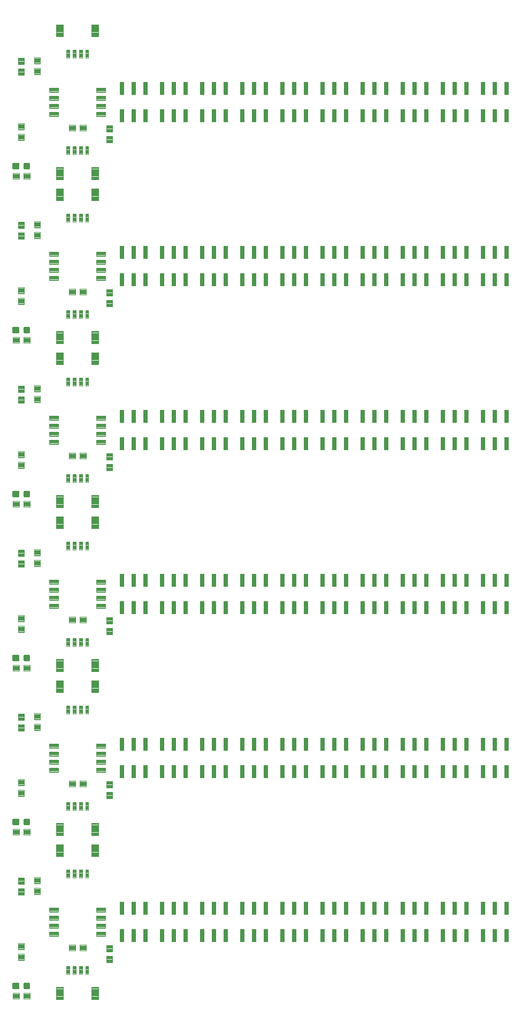
<source format=gtp>
G04 EAGLE Gerber RS-274X export*
G75*
%MOMM*%
%FSLAX34Y34*%
%LPD*%
%INSolderpaste Top*%
%IPPOS*%
%AMOC8*
5,1,8,0,0,1.08239X$1,22.5*%
G01*
%ADD10C,0.096000*%
%ADD11C,0.102000*%
%ADD12C,0.100000*%
%ADD13C,0.300000*%
%ADD14R,0.750000X2.075000*%
%ADD15C,0.099059*%


D10*
X142620Y4530D02*
X131580Y4530D01*
X131580Y23570D01*
X142620Y23570D01*
X142620Y4530D01*
X142620Y5442D02*
X131580Y5442D01*
X131580Y6354D02*
X142620Y6354D01*
X142620Y7266D02*
X131580Y7266D01*
X131580Y8178D02*
X142620Y8178D01*
X142620Y9090D02*
X131580Y9090D01*
X131580Y10002D02*
X142620Y10002D01*
X142620Y10914D02*
X131580Y10914D01*
X131580Y11826D02*
X142620Y11826D01*
X142620Y12738D02*
X131580Y12738D01*
X131580Y13650D02*
X142620Y13650D01*
X142620Y14562D02*
X131580Y14562D01*
X131580Y15474D02*
X142620Y15474D01*
X142620Y16386D02*
X131580Y16386D01*
X131580Y17298D02*
X142620Y17298D01*
X142620Y18210D02*
X131580Y18210D01*
X131580Y19122D02*
X142620Y19122D01*
X142620Y20034D02*
X131580Y20034D01*
X131580Y20946D02*
X142620Y20946D01*
X142620Y21858D02*
X131580Y21858D01*
X131580Y22770D02*
X142620Y22770D01*
X187580Y4530D02*
X198620Y4530D01*
X187580Y4530D02*
X187580Y23570D01*
X198620Y23570D01*
X198620Y4530D01*
X198620Y5442D02*
X187580Y5442D01*
X187580Y6354D02*
X198620Y6354D01*
X198620Y7266D02*
X187580Y7266D01*
X187580Y8178D02*
X198620Y8178D01*
X198620Y9090D02*
X187580Y9090D01*
X187580Y10002D02*
X198620Y10002D01*
X198620Y10914D02*
X187580Y10914D01*
X187580Y11826D02*
X198620Y11826D01*
X198620Y12738D02*
X187580Y12738D01*
X187580Y13650D02*
X198620Y13650D01*
X198620Y14562D02*
X187580Y14562D01*
X187580Y15474D02*
X198620Y15474D01*
X198620Y16386D02*
X187580Y16386D01*
X187580Y17298D02*
X198620Y17298D01*
X198620Y18210D02*
X187580Y18210D01*
X187580Y19122D02*
X198620Y19122D01*
X198620Y20034D02*
X187580Y20034D01*
X187580Y20946D02*
X198620Y20946D01*
X198620Y21858D02*
X187580Y21858D01*
X187580Y22770D02*
X198620Y22770D01*
D11*
X152590Y44560D02*
X147610Y44560D01*
X147610Y57040D01*
X152590Y57040D01*
X152590Y44560D01*
X152590Y45529D02*
X147610Y45529D01*
X147610Y46498D02*
X152590Y46498D01*
X152590Y47467D02*
X147610Y47467D01*
X147610Y48436D02*
X152590Y48436D01*
X152590Y49405D02*
X147610Y49405D01*
X147610Y50374D02*
X152590Y50374D01*
X152590Y51343D02*
X147610Y51343D01*
X147610Y52312D02*
X152590Y52312D01*
X152590Y53281D02*
X147610Y53281D01*
X147610Y54250D02*
X152590Y54250D01*
X152590Y55219D02*
X147610Y55219D01*
X147610Y56188D02*
X152590Y56188D01*
X157610Y44560D02*
X162590Y44560D01*
X157610Y44560D02*
X157610Y57040D01*
X162590Y57040D01*
X162590Y44560D01*
X162590Y45529D02*
X157610Y45529D01*
X157610Y46498D02*
X162590Y46498D01*
X162590Y47467D02*
X157610Y47467D01*
X157610Y48436D02*
X162590Y48436D01*
X162590Y49405D02*
X157610Y49405D01*
X157610Y50374D02*
X162590Y50374D01*
X162590Y51343D02*
X157610Y51343D01*
X157610Y52312D02*
X162590Y52312D01*
X162590Y53281D02*
X157610Y53281D01*
X157610Y54250D02*
X162590Y54250D01*
X162590Y55219D02*
X157610Y55219D01*
X157610Y56188D02*
X162590Y56188D01*
X167610Y44560D02*
X172590Y44560D01*
X167610Y44560D02*
X167610Y57040D01*
X172590Y57040D01*
X172590Y44560D01*
X172590Y45529D02*
X167610Y45529D01*
X167610Y46498D02*
X172590Y46498D01*
X172590Y47467D02*
X167610Y47467D01*
X167610Y48436D02*
X172590Y48436D01*
X172590Y49405D02*
X167610Y49405D01*
X167610Y50374D02*
X172590Y50374D01*
X172590Y51343D02*
X167610Y51343D01*
X167610Y52312D02*
X172590Y52312D01*
X172590Y53281D02*
X167610Y53281D01*
X167610Y54250D02*
X172590Y54250D01*
X172590Y55219D02*
X167610Y55219D01*
X167610Y56188D02*
X172590Y56188D01*
X177610Y44560D02*
X182590Y44560D01*
X177610Y44560D02*
X177610Y57040D01*
X182590Y57040D01*
X182590Y44560D01*
X182590Y45529D02*
X177610Y45529D01*
X177610Y46498D02*
X182590Y46498D01*
X182590Y47467D02*
X177610Y47467D01*
X177610Y48436D02*
X182590Y48436D01*
X182590Y49405D02*
X177610Y49405D01*
X177610Y50374D02*
X182590Y50374D01*
X182590Y51343D02*
X177610Y51343D01*
X177610Y52312D02*
X182590Y52312D01*
X182590Y53281D02*
X177610Y53281D01*
X177610Y54250D02*
X182590Y54250D01*
X182590Y55219D02*
X177610Y55219D01*
X177610Y56188D02*
X182590Y56188D01*
D12*
X161600Y81860D02*
X151600Y81860D01*
X151600Y90860D01*
X161600Y90860D01*
X161600Y81860D01*
X161600Y82810D02*
X151600Y82810D01*
X151600Y83760D02*
X161600Y83760D01*
X161600Y84710D02*
X151600Y84710D01*
X151600Y85660D02*
X161600Y85660D01*
X161600Y86610D02*
X151600Y86610D01*
X151600Y87560D02*
X161600Y87560D01*
X161600Y88510D02*
X151600Y88510D01*
X151600Y89460D02*
X161600Y89460D01*
X161600Y90410D02*
X151600Y90410D01*
X168600Y81860D02*
X178600Y81860D01*
X168600Y81860D02*
X168600Y90860D01*
X178600Y90860D01*
X178600Y81860D01*
X178600Y82810D02*
X168600Y82810D01*
X168600Y83760D02*
X178600Y83760D01*
X178600Y84710D02*
X168600Y84710D01*
X168600Y85660D02*
X178600Y85660D01*
X178600Y86610D02*
X168600Y86610D01*
X168600Y87560D02*
X178600Y87560D01*
X178600Y88510D02*
X168600Y88510D01*
X168600Y89460D02*
X178600Y89460D01*
X178600Y90410D02*
X168600Y90410D01*
D10*
X187580Y249470D02*
X198620Y249470D01*
X198620Y230430D01*
X187580Y230430D01*
X187580Y249470D01*
X187580Y231342D02*
X198620Y231342D01*
X198620Y232254D02*
X187580Y232254D01*
X187580Y233166D02*
X198620Y233166D01*
X198620Y234078D02*
X187580Y234078D01*
X187580Y234990D02*
X198620Y234990D01*
X198620Y235902D02*
X187580Y235902D01*
X187580Y236814D02*
X198620Y236814D01*
X198620Y237726D02*
X187580Y237726D01*
X187580Y238638D02*
X198620Y238638D01*
X198620Y239550D02*
X187580Y239550D01*
X187580Y240462D02*
X198620Y240462D01*
X198620Y241374D02*
X187580Y241374D01*
X187580Y242286D02*
X198620Y242286D01*
X198620Y243198D02*
X187580Y243198D01*
X187580Y244110D02*
X198620Y244110D01*
X198620Y245022D02*
X187580Y245022D01*
X187580Y245934D02*
X198620Y245934D01*
X198620Y246846D02*
X187580Y246846D01*
X187580Y247758D02*
X198620Y247758D01*
X198620Y248670D02*
X187580Y248670D01*
X142620Y249470D02*
X131580Y249470D01*
X142620Y249470D02*
X142620Y230430D01*
X131580Y230430D01*
X131580Y249470D01*
X131580Y231342D02*
X142620Y231342D01*
X142620Y232254D02*
X131580Y232254D01*
X131580Y233166D02*
X142620Y233166D01*
X142620Y234078D02*
X131580Y234078D01*
X131580Y234990D02*
X142620Y234990D01*
X142620Y235902D02*
X131580Y235902D01*
X131580Y236814D02*
X142620Y236814D01*
X142620Y237726D02*
X131580Y237726D01*
X131580Y238638D02*
X142620Y238638D01*
X142620Y239550D02*
X131580Y239550D01*
X131580Y240462D02*
X142620Y240462D01*
X142620Y241374D02*
X131580Y241374D01*
X131580Y242286D02*
X142620Y242286D01*
X142620Y243198D02*
X131580Y243198D01*
X131580Y244110D02*
X142620Y244110D01*
X142620Y245022D02*
X131580Y245022D01*
X131580Y245934D02*
X142620Y245934D01*
X142620Y246846D02*
X131580Y246846D01*
X131580Y247758D02*
X142620Y247758D01*
X142620Y248670D02*
X131580Y248670D01*
D11*
X177610Y209440D02*
X182590Y209440D01*
X182590Y196960D01*
X177610Y196960D01*
X177610Y209440D01*
X177610Y197929D02*
X182590Y197929D01*
X182590Y198898D02*
X177610Y198898D01*
X177610Y199867D02*
X182590Y199867D01*
X182590Y200836D02*
X177610Y200836D01*
X177610Y201805D02*
X182590Y201805D01*
X182590Y202774D02*
X177610Y202774D01*
X177610Y203743D02*
X182590Y203743D01*
X182590Y204712D02*
X177610Y204712D01*
X177610Y205681D02*
X182590Y205681D01*
X182590Y206650D02*
X177610Y206650D01*
X177610Y207619D02*
X182590Y207619D01*
X182590Y208588D02*
X177610Y208588D01*
X172590Y209440D02*
X167610Y209440D01*
X172590Y209440D02*
X172590Y196960D01*
X167610Y196960D01*
X167610Y209440D01*
X167610Y197929D02*
X172590Y197929D01*
X172590Y198898D02*
X167610Y198898D01*
X167610Y199867D02*
X172590Y199867D01*
X172590Y200836D02*
X167610Y200836D01*
X167610Y201805D02*
X172590Y201805D01*
X172590Y202774D02*
X167610Y202774D01*
X167610Y203743D02*
X172590Y203743D01*
X172590Y204712D02*
X167610Y204712D01*
X167610Y205681D02*
X172590Y205681D01*
X172590Y206650D02*
X167610Y206650D01*
X167610Y207619D02*
X172590Y207619D01*
X172590Y208588D02*
X167610Y208588D01*
X162590Y209440D02*
X157610Y209440D01*
X162590Y209440D02*
X162590Y196960D01*
X157610Y196960D01*
X157610Y209440D01*
X157610Y197929D02*
X162590Y197929D01*
X162590Y198898D02*
X157610Y198898D01*
X157610Y199867D02*
X162590Y199867D01*
X162590Y200836D02*
X157610Y200836D01*
X157610Y201805D02*
X162590Y201805D01*
X162590Y202774D02*
X157610Y202774D01*
X157610Y203743D02*
X162590Y203743D01*
X162590Y204712D02*
X157610Y204712D01*
X157610Y205681D02*
X162590Y205681D01*
X162590Y206650D02*
X157610Y206650D01*
X157610Y207619D02*
X162590Y207619D01*
X162590Y208588D02*
X157610Y208588D01*
X152590Y209440D02*
X147610Y209440D01*
X152590Y209440D02*
X152590Y196960D01*
X147610Y196960D01*
X147610Y209440D01*
X147610Y197929D02*
X152590Y197929D01*
X152590Y198898D02*
X147610Y198898D01*
X147610Y199867D02*
X152590Y199867D01*
X152590Y200836D02*
X147610Y200836D01*
X147610Y201805D02*
X152590Y201805D01*
X152590Y202774D02*
X147610Y202774D01*
X147610Y203743D02*
X152590Y203743D01*
X152590Y204712D02*
X147610Y204712D01*
X147610Y205681D02*
X152590Y205681D01*
X152590Y206650D02*
X147610Y206650D01*
X147610Y207619D02*
X152590Y207619D01*
X152590Y208588D02*
X147610Y208588D01*
D12*
X89700Y14660D02*
X79700Y14660D01*
X89700Y14660D02*
X89700Y5660D01*
X79700Y5660D01*
X79700Y14660D01*
X79700Y6610D02*
X89700Y6610D01*
X89700Y7560D02*
X79700Y7560D01*
X79700Y8510D02*
X89700Y8510D01*
X89700Y9460D02*
X79700Y9460D01*
X79700Y10410D02*
X89700Y10410D01*
X89700Y11360D02*
X79700Y11360D01*
X79700Y12310D02*
X89700Y12310D01*
X89700Y13260D02*
X79700Y13260D01*
X79700Y14210D02*
X89700Y14210D01*
X72700Y14660D02*
X62700Y14660D01*
X72700Y14660D02*
X72700Y5660D01*
X62700Y5660D01*
X62700Y14660D01*
X62700Y6610D02*
X72700Y6610D01*
X72700Y7560D02*
X62700Y7560D01*
X62700Y8510D02*
X72700Y8510D01*
X72700Y9460D02*
X62700Y9460D01*
X62700Y10410D02*
X72700Y10410D01*
X72700Y11360D02*
X62700Y11360D01*
X62700Y12310D02*
X72700Y12310D01*
X72700Y13260D02*
X62700Y13260D01*
X62700Y14210D02*
X72700Y14210D01*
D13*
X70930Y21900D02*
X70930Y28900D01*
X70930Y21900D02*
X63930Y21900D01*
X63930Y28900D01*
X70930Y28900D01*
X70930Y24750D02*
X63930Y24750D01*
X63930Y27600D02*
X70930Y27600D01*
X88470Y28900D02*
X88470Y21900D01*
X81470Y21900D01*
X81470Y28900D01*
X88470Y28900D01*
X88470Y24750D02*
X81470Y24750D01*
X81470Y27600D02*
X88470Y27600D01*
D14*
X235250Y105375D03*
X254000Y105375D03*
X272750Y105375D03*
X272750Y148625D03*
X254000Y148625D03*
X235250Y148625D03*
X298750Y105375D03*
X317500Y105375D03*
X336250Y105375D03*
X336250Y148625D03*
X317500Y148625D03*
X298750Y148625D03*
X362250Y105375D03*
X381000Y105375D03*
X399750Y105375D03*
X399750Y148625D03*
X381000Y148625D03*
X362250Y148625D03*
X425750Y105375D03*
X444500Y105375D03*
X463250Y105375D03*
X463250Y148625D03*
X444500Y148625D03*
X425750Y148625D03*
X489250Y105375D03*
X508000Y105375D03*
X526750Y105375D03*
X526750Y148625D03*
X508000Y148625D03*
X489250Y148625D03*
X552750Y105375D03*
X571500Y105375D03*
X590250Y105375D03*
X590250Y148625D03*
X571500Y148625D03*
X552750Y148625D03*
X616250Y105375D03*
X635000Y105375D03*
X653750Y105375D03*
X653750Y148625D03*
X635000Y148625D03*
X616250Y148625D03*
X679750Y105375D03*
X698500Y105375D03*
X717250Y105375D03*
X717250Y148625D03*
X698500Y148625D03*
X679750Y148625D03*
X743250Y105375D03*
X762000Y105375D03*
X780750Y105375D03*
X780750Y148625D03*
X762000Y148625D03*
X743250Y148625D03*
X806750Y105375D03*
X825500Y105375D03*
X844250Y105375D03*
X844250Y148625D03*
X825500Y148625D03*
X806750Y148625D03*
D12*
X71700Y93510D02*
X71700Y83510D01*
X71700Y93510D02*
X80700Y93510D01*
X80700Y83510D01*
X71700Y83510D01*
X71700Y84460D02*
X80700Y84460D01*
X80700Y85410D02*
X71700Y85410D01*
X71700Y86360D02*
X80700Y86360D01*
X80700Y87310D02*
X71700Y87310D01*
X71700Y88260D02*
X80700Y88260D01*
X80700Y89210D02*
X71700Y89210D01*
X71700Y90160D02*
X80700Y90160D01*
X80700Y91110D02*
X71700Y91110D01*
X71700Y92060D02*
X80700Y92060D01*
X80700Y93010D02*
X71700Y93010D01*
X71700Y76510D02*
X71700Y66510D01*
X71700Y76510D02*
X80700Y76510D01*
X80700Y66510D01*
X71700Y66510D01*
X71700Y67460D02*
X80700Y67460D01*
X80700Y68410D02*
X71700Y68410D01*
X71700Y69360D02*
X80700Y69360D01*
X80700Y70310D02*
X71700Y70310D01*
X71700Y71260D02*
X80700Y71260D01*
X80700Y72210D02*
X71700Y72210D01*
X71700Y73160D02*
X80700Y73160D01*
X80700Y74110D02*
X71700Y74110D01*
X71700Y75060D02*
X80700Y75060D01*
X80700Y76010D02*
X71700Y76010D01*
D15*
X209055Y104635D02*
X209055Y111265D01*
X209055Y104635D02*
X194805Y104635D01*
X194805Y111265D01*
X209055Y111265D01*
X209055Y105576D02*
X194805Y105576D01*
X194805Y106517D02*
X209055Y106517D01*
X209055Y107458D02*
X194805Y107458D01*
X194805Y108399D02*
X209055Y108399D01*
X209055Y109340D02*
X194805Y109340D01*
X194805Y110281D02*
X209055Y110281D01*
X209055Y111222D02*
X194805Y111222D01*
X209055Y117335D02*
X209055Y123965D01*
X209055Y117335D02*
X194805Y117335D01*
X194805Y123965D01*
X209055Y123965D01*
X209055Y118276D02*
X194805Y118276D01*
X194805Y119217D02*
X209055Y119217D01*
X209055Y120158D02*
X194805Y120158D01*
X194805Y121099D02*
X209055Y121099D01*
X209055Y122040D02*
X194805Y122040D01*
X194805Y122981D02*
X209055Y122981D01*
X209055Y123922D02*
X194805Y123922D01*
X209055Y130035D02*
X209055Y136665D01*
X209055Y130035D02*
X194805Y130035D01*
X194805Y136665D01*
X209055Y136665D01*
X209055Y130976D02*
X194805Y130976D01*
X194805Y131917D02*
X209055Y131917D01*
X209055Y132858D02*
X194805Y132858D01*
X194805Y133799D02*
X209055Y133799D01*
X209055Y134740D02*
X194805Y134740D01*
X194805Y135681D02*
X209055Y135681D01*
X209055Y136622D02*
X194805Y136622D01*
X209055Y142735D02*
X209055Y149365D01*
X209055Y142735D02*
X194805Y142735D01*
X194805Y149365D01*
X209055Y149365D01*
X209055Y143676D02*
X194805Y143676D01*
X194805Y144617D02*
X209055Y144617D01*
X209055Y145558D02*
X194805Y145558D01*
X194805Y146499D02*
X209055Y146499D01*
X209055Y147440D02*
X194805Y147440D01*
X194805Y148381D02*
X209055Y148381D01*
X209055Y149322D02*
X194805Y149322D01*
X120705Y149365D02*
X120705Y142735D01*
X120705Y149365D02*
X134955Y149365D01*
X134955Y142735D01*
X120705Y142735D01*
X120705Y143676D02*
X134955Y143676D01*
X134955Y144617D02*
X120705Y144617D01*
X120705Y145558D02*
X134955Y145558D01*
X134955Y146499D02*
X120705Y146499D01*
X120705Y147440D02*
X134955Y147440D01*
X134955Y148381D02*
X120705Y148381D01*
X120705Y149322D02*
X134955Y149322D01*
X120705Y136665D02*
X120705Y130035D01*
X120705Y136665D02*
X134955Y136665D01*
X134955Y130035D01*
X120705Y130035D01*
X120705Y130976D02*
X134955Y130976D01*
X134955Y131917D02*
X120705Y131917D01*
X120705Y132858D02*
X134955Y132858D01*
X134955Y133799D02*
X120705Y133799D01*
X120705Y134740D02*
X134955Y134740D01*
X134955Y135681D02*
X120705Y135681D01*
X120705Y136622D02*
X134955Y136622D01*
X120705Y123965D02*
X120705Y117335D01*
X120705Y123965D02*
X134955Y123965D01*
X134955Y117335D01*
X120705Y117335D01*
X120705Y118276D02*
X134955Y118276D01*
X134955Y119217D02*
X120705Y119217D01*
X120705Y120158D02*
X134955Y120158D01*
X134955Y121099D02*
X120705Y121099D01*
X120705Y122040D02*
X134955Y122040D01*
X134955Y122981D02*
X120705Y122981D01*
X120705Y123922D02*
X134955Y123922D01*
X120705Y111265D02*
X120705Y104635D01*
X120705Y111265D02*
X134955Y111265D01*
X134955Y104635D01*
X120705Y104635D01*
X120705Y105576D02*
X134955Y105576D01*
X134955Y106517D02*
X120705Y106517D01*
X120705Y107458D02*
X134955Y107458D01*
X134955Y108399D02*
X120705Y108399D01*
X120705Y109340D02*
X134955Y109340D01*
X134955Y110281D02*
X120705Y110281D01*
X120705Y111222D02*
X134955Y111222D01*
D12*
X211400Y89700D02*
X211400Y79700D01*
X211400Y89700D02*
X220400Y89700D01*
X220400Y79700D01*
X211400Y79700D01*
X211400Y80650D02*
X220400Y80650D01*
X220400Y81600D02*
X211400Y81600D01*
X211400Y82550D02*
X220400Y82550D01*
X220400Y83500D02*
X211400Y83500D01*
X211400Y84450D02*
X220400Y84450D01*
X220400Y85400D02*
X211400Y85400D01*
X211400Y86350D02*
X220400Y86350D01*
X220400Y87300D02*
X211400Y87300D01*
X211400Y88250D02*
X220400Y88250D01*
X220400Y89200D02*
X211400Y89200D01*
X211400Y72700D02*
X211400Y62700D01*
X211400Y72700D02*
X220400Y72700D01*
X220400Y62700D01*
X211400Y62700D01*
X211400Y63650D02*
X220400Y63650D01*
X220400Y64600D02*
X211400Y64600D01*
X211400Y65550D02*
X220400Y65550D01*
X220400Y66500D02*
X211400Y66500D01*
X211400Y67450D02*
X220400Y67450D01*
X220400Y68400D02*
X211400Y68400D01*
X211400Y69350D02*
X220400Y69350D01*
X220400Y70300D02*
X211400Y70300D01*
X211400Y71250D02*
X220400Y71250D01*
X220400Y72200D02*
X211400Y72200D01*
X80700Y169380D02*
X80700Y179380D01*
X80700Y169380D02*
X71700Y169380D01*
X71700Y179380D01*
X80700Y179380D01*
X80700Y170330D02*
X71700Y170330D01*
X71700Y171280D02*
X80700Y171280D01*
X80700Y172230D02*
X71700Y172230D01*
X71700Y173180D02*
X80700Y173180D01*
X80700Y174130D02*
X71700Y174130D01*
X71700Y175080D02*
X80700Y175080D01*
X80700Y176030D02*
X71700Y176030D01*
X71700Y176980D02*
X80700Y176980D01*
X80700Y177930D02*
X71700Y177930D01*
X71700Y178880D02*
X80700Y178880D01*
X80700Y186380D02*
X80700Y196380D01*
X80700Y186380D02*
X71700Y186380D01*
X71700Y196380D01*
X80700Y196380D01*
X80700Y187330D02*
X71700Y187330D01*
X71700Y188280D02*
X80700Y188280D01*
X80700Y189230D02*
X71700Y189230D01*
X71700Y190180D02*
X80700Y190180D01*
X80700Y191130D02*
X71700Y191130D01*
X71700Y192080D02*
X80700Y192080D01*
X80700Y193030D02*
X71700Y193030D01*
X71700Y193980D02*
X80700Y193980D01*
X80700Y194930D02*
X71700Y194930D01*
X71700Y195880D02*
X80700Y195880D01*
X106100Y180650D02*
X106100Y170650D01*
X97100Y170650D01*
X97100Y180650D01*
X106100Y180650D01*
X106100Y171600D02*
X97100Y171600D01*
X97100Y172550D02*
X106100Y172550D01*
X106100Y173500D02*
X97100Y173500D01*
X97100Y174450D02*
X106100Y174450D01*
X106100Y175400D02*
X97100Y175400D01*
X97100Y176350D02*
X106100Y176350D01*
X106100Y177300D02*
X97100Y177300D01*
X97100Y178250D02*
X106100Y178250D01*
X106100Y179200D02*
X97100Y179200D01*
X97100Y180150D02*
X106100Y180150D01*
X106100Y187650D02*
X106100Y197650D01*
X106100Y187650D02*
X97100Y187650D01*
X97100Y197650D01*
X106100Y197650D01*
X106100Y188600D02*
X97100Y188600D01*
X97100Y189550D02*
X106100Y189550D01*
X106100Y190500D02*
X97100Y190500D01*
X97100Y191450D02*
X106100Y191450D01*
X106100Y192400D02*
X97100Y192400D01*
X97100Y193350D02*
X106100Y193350D01*
X106100Y194300D02*
X97100Y194300D01*
X97100Y195250D02*
X106100Y195250D01*
X106100Y196200D02*
X97100Y196200D01*
X97100Y197150D02*
X106100Y197150D01*
D10*
X131580Y263610D02*
X142620Y263610D01*
X131580Y263610D02*
X131580Y282650D01*
X142620Y282650D01*
X142620Y263610D01*
X142620Y264522D02*
X131580Y264522D01*
X131580Y265434D02*
X142620Y265434D01*
X142620Y266346D02*
X131580Y266346D01*
X131580Y267258D02*
X142620Y267258D01*
X142620Y268170D02*
X131580Y268170D01*
X131580Y269082D02*
X142620Y269082D01*
X142620Y269994D02*
X131580Y269994D01*
X131580Y270906D02*
X142620Y270906D01*
X142620Y271818D02*
X131580Y271818D01*
X131580Y272730D02*
X142620Y272730D01*
X142620Y273642D02*
X131580Y273642D01*
X131580Y274554D02*
X142620Y274554D01*
X142620Y275466D02*
X131580Y275466D01*
X131580Y276378D02*
X142620Y276378D01*
X142620Y277290D02*
X131580Y277290D01*
X131580Y278202D02*
X142620Y278202D01*
X142620Y279114D02*
X131580Y279114D01*
X131580Y280026D02*
X142620Y280026D01*
X142620Y280938D02*
X131580Y280938D01*
X131580Y281850D02*
X142620Y281850D01*
X187580Y263610D02*
X198620Y263610D01*
X187580Y263610D02*
X187580Y282650D01*
X198620Y282650D01*
X198620Y263610D01*
X198620Y264522D02*
X187580Y264522D01*
X187580Y265434D02*
X198620Y265434D01*
X198620Y266346D02*
X187580Y266346D01*
X187580Y267258D02*
X198620Y267258D01*
X198620Y268170D02*
X187580Y268170D01*
X187580Y269082D02*
X198620Y269082D01*
X198620Y269994D02*
X187580Y269994D01*
X187580Y270906D02*
X198620Y270906D01*
X198620Y271818D02*
X187580Y271818D01*
X187580Y272730D02*
X198620Y272730D01*
X198620Y273642D02*
X187580Y273642D01*
X187580Y274554D02*
X198620Y274554D01*
X198620Y275466D02*
X187580Y275466D01*
X187580Y276378D02*
X198620Y276378D01*
X198620Y277290D02*
X187580Y277290D01*
X187580Y278202D02*
X198620Y278202D01*
X198620Y279114D02*
X187580Y279114D01*
X187580Y280026D02*
X198620Y280026D01*
X198620Y280938D02*
X187580Y280938D01*
X187580Y281850D02*
X198620Y281850D01*
D11*
X152590Y303640D02*
X147610Y303640D01*
X147610Y316120D01*
X152590Y316120D01*
X152590Y303640D01*
X152590Y304609D02*
X147610Y304609D01*
X147610Y305578D02*
X152590Y305578D01*
X152590Y306547D02*
X147610Y306547D01*
X147610Y307516D02*
X152590Y307516D01*
X152590Y308485D02*
X147610Y308485D01*
X147610Y309454D02*
X152590Y309454D01*
X152590Y310423D02*
X147610Y310423D01*
X147610Y311392D02*
X152590Y311392D01*
X152590Y312361D02*
X147610Y312361D01*
X147610Y313330D02*
X152590Y313330D01*
X152590Y314299D02*
X147610Y314299D01*
X147610Y315268D02*
X152590Y315268D01*
X157610Y303640D02*
X162590Y303640D01*
X157610Y303640D02*
X157610Y316120D01*
X162590Y316120D01*
X162590Y303640D01*
X162590Y304609D02*
X157610Y304609D01*
X157610Y305578D02*
X162590Y305578D01*
X162590Y306547D02*
X157610Y306547D01*
X157610Y307516D02*
X162590Y307516D01*
X162590Y308485D02*
X157610Y308485D01*
X157610Y309454D02*
X162590Y309454D01*
X162590Y310423D02*
X157610Y310423D01*
X157610Y311392D02*
X162590Y311392D01*
X162590Y312361D02*
X157610Y312361D01*
X157610Y313330D02*
X162590Y313330D01*
X162590Y314299D02*
X157610Y314299D01*
X157610Y315268D02*
X162590Y315268D01*
X167610Y303640D02*
X172590Y303640D01*
X167610Y303640D02*
X167610Y316120D01*
X172590Y316120D01*
X172590Y303640D01*
X172590Y304609D02*
X167610Y304609D01*
X167610Y305578D02*
X172590Y305578D01*
X172590Y306547D02*
X167610Y306547D01*
X167610Y307516D02*
X172590Y307516D01*
X172590Y308485D02*
X167610Y308485D01*
X167610Y309454D02*
X172590Y309454D01*
X172590Y310423D02*
X167610Y310423D01*
X167610Y311392D02*
X172590Y311392D01*
X172590Y312361D02*
X167610Y312361D01*
X167610Y313330D02*
X172590Y313330D01*
X172590Y314299D02*
X167610Y314299D01*
X167610Y315268D02*
X172590Y315268D01*
X177610Y303640D02*
X182590Y303640D01*
X177610Y303640D02*
X177610Y316120D01*
X182590Y316120D01*
X182590Y303640D01*
X182590Y304609D02*
X177610Y304609D01*
X177610Y305578D02*
X182590Y305578D01*
X182590Y306547D02*
X177610Y306547D01*
X177610Y307516D02*
X182590Y307516D01*
X182590Y308485D02*
X177610Y308485D01*
X177610Y309454D02*
X182590Y309454D01*
X182590Y310423D02*
X177610Y310423D01*
X177610Y311392D02*
X182590Y311392D01*
X182590Y312361D02*
X177610Y312361D01*
X177610Y313330D02*
X182590Y313330D01*
X182590Y314299D02*
X177610Y314299D01*
X177610Y315268D02*
X182590Y315268D01*
D12*
X161600Y340940D02*
X151600Y340940D01*
X151600Y349940D01*
X161600Y349940D01*
X161600Y340940D01*
X161600Y341890D02*
X151600Y341890D01*
X151600Y342840D02*
X161600Y342840D01*
X161600Y343790D02*
X151600Y343790D01*
X151600Y344740D02*
X161600Y344740D01*
X161600Y345690D02*
X151600Y345690D01*
X151600Y346640D02*
X161600Y346640D01*
X161600Y347590D02*
X151600Y347590D01*
X151600Y348540D02*
X161600Y348540D01*
X161600Y349490D02*
X151600Y349490D01*
X168600Y340940D02*
X178600Y340940D01*
X168600Y340940D02*
X168600Y349940D01*
X178600Y349940D01*
X178600Y340940D01*
X178600Y341890D02*
X168600Y341890D01*
X168600Y342840D02*
X178600Y342840D01*
X178600Y343790D02*
X168600Y343790D01*
X168600Y344740D02*
X178600Y344740D01*
X178600Y345690D02*
X168600Y345690D01*
X168600Y346640D02*
X178600Y346640D01*
X178600Y347590D02*
X168600Y347590D01*
X168600Y348540D02*
X178600Y348540D01*
X178600Y349490D02*
X168600Y349490D01*
D10*
X187580Y508550D02*
X198620Y508550D01*
X198620Y489510D01*
X187580Y489510D01*
X187580Y508550D01*
X187580Y490422D02*
X198620Y490422D01*
X198620Y491334D02*
X187580Y491334D01*
X187580Y492246D02*
X198620Y492246D01*
X198620Y493158D02*
X187580Y493158D01*
X187580Y494070D02*
X198620Y494070D01*
X198620Y494982D02*
X187580Y494982D01*
X187580Y495894D02*
X198620Y495894D01*
X198620Y496806D02*
X187580Y496806D01*
X187580Y497718D02*
X198620Y497718D01*
X198620Y498630D02*
X187580Y498630D01*
X187580Y499542D02*
X198620Y499542D01*
X198620Y500454D02*
X187580Y500454D01*
X187580Y501366D02*
X198620Y501366D01*
X198620Y502278D02*
X187580Y502278D01*
X187580Y503190D02*
X198620Y503190D01*
X198620Y504102D02*
X187580Y504102D01*
X187580Y505014D02*
X198620Y505014D01*
X198620Y505926D02*
X187580Y505926D01*
X187580Y506838D02*
X198620Y506838D01*
X198620Y507750D02*
X187580Y507750D01*
X142620Y508550D02*
X131580Y508550D01*
X142620Y508550D02*
X142620Y489510D01*
X131580Y489510D01*
X131580Y508550D01*
X131580Y490422D02*
X142620Y490422D01*
X142620Y491334D02*
X131580Y491334D01*
X131580Y492246D02*
X142620Y492246D01*
X142620Y493158D02*
X131580Y493158D01*
X131580Y494070D02*
X142620Y494070D01*
X142620Y494982D02*
X131580Y494982D01*
X131580Y495894D02*
X142620Y495894D01*
X142620Y496806D02*
X131580Y496806D01*
X131580Y497718D02*
X142620Y497718D01*
X142620Y498630D02*
X131580Y498630D01*
X131580Y499542D02*
X142620Y499542D01*
X142620Y500454D02*
X131580Y500454D01*
X131580Y501366D02*
X142620Y501366D01*
X142620Y502278D02*
X131580Y502278D01*
X131580Y503190D02*
X142620Y503190D01*
X142620Y504102D02*
X131580Y504102D01*
X131580Y505014D02*
X142620Y505014D01*
X142620Y505926D02*
X131580Y505926D01*
X131580Y506838D02*
X142620Y506838D01*
X142620Y507750D02*
X131580Y507750D01*
D11*
X177610Y468520D02*
X182590Y468520D01*
X182590Y456040D01*
X177610Y456040D01*
X177610Y468520D01*
X177610Y457009D02*
X182590Y457009D01*
X182590Y457978D02*
X177610Y457978D01*
X177610Y458947D02*
X182590Y458947D01*
X182590Y459916D02*
X177610Y459916D01*
X177610Y460885D02*
X182590Y460885D01*
X182590Y461854D02*
X177610Y461854D01*
X177610Y462823D02*
X182590Y462823D01*
X182590Y463792D02*
X177610Y463792D01*
X177610Y464761D02*
X182590Y464761D01*
X182590Y465730D02*
X177610Y465730D01*
X177610Y466699D02*
X182590Y466699D01*
X182590Y467668D02*
X177610Y467668D01*
X172590Y468520D02*
X167610Y468520D01*
X172590Y468520D02*
X172590Y456040D01*
X167610Y456040D01*
X167610Y468520D01*
X167610Y457009D02*
X172590Y457009D01*
X172590Y457978D02*
X167610Y457978D01*
X167610Y458947D02*
X172590Y458947D01*
X172590Y459916D02*
X167610Y459916D01*
X167610Y460885D02*
X172590Y460885D01*
X172590Y461854D02*
X167610Y461854D01*
X167610Y462823D02*
X172590Y462823D01*
X172590Y463792D02*
X167610Y463792D01*
X167610Y464761D02*
X172590Y464761D01*
X172590Y465730D02*
X167610Y465730D01*
X167610Y466699D02*
X172590Y466699D01*
X172590Y467668D02*
X167610Y467668D01*
X162590Y468520D02*
X157610Y468520D01*
X162590Y468520D02*
X162590Y456040D01*
X157610Y456040D01*
X157610Y468520D01*
X157610Y457009D02*
X162590Y457009D01*
X162590Y457978D02*
X157610Y457978D01*
X157610Y458947D02*
X162590Y458947D01*
X162590Y459916D02*
X157610Y459916D01*
X157610Y460885D02*
X162590Y460885D01*
X162590Y461854D02*
X157610Y461854D01*
X157610Y462823D02*
X162590Y462823D01*
X162590Y463792D02*
X157610Y463792D01*
X157610Y464761D02*
X162590Y464761D01*
X162590Y465730D02*
X157610Y465730D01*
X157610Y466699D02*
X162590Y466699D01*
X162590Y467668D02*
X157610Y467668D01*
X152590Y468520D02*
X147610Y468520D01*
X152590Y468520D02*
X152590Y456040D01*
X147610Y456040D01*
X147610Y468520D01*
X147610Y457009D02*
X152590Y457009D01*
X152590Y457978D02*
X147610Y457978D01*
X147610Y458947D02*
X152590Y458947D01*
X152590Y459916D02*
X147610Y459916D01*
X147610Y460885D02*
X152590Y460885D01*
X152590Y461854D02*
X147610Y461854D01*
X147610Y462823D02*
X152590Y462823D01*
X152590Y463792D02*
X147610Y463792D01*
X147610Y464761D02*
X152590Y464761D01*
X152590Y465730D02*
X147610Y465730D01*
X147610Y466699D02*
X152590Y466699D01*
X152590Y467668D02*
X147610Y467668D01*
D12*
X89700Y273740D02*
X79700Y273740D01*
X89700Y273740D02*
X89700Y264740D01*
X79700Y264740D01*
X79700Y273740D01*
X79700Y265690D02*
X89700Y265690D01*
X89700Y266640D02*
X79700Y266640D01*
X79700Y267590D02*
X89700Y267590D01*
X89700Y268540D02*
X79700Y268540D01*
X79700Y269490D02*
X89700Y269490D01*
X89700Y270440D02*
X79700Y270440D01*
X79700Y271390D02*
X89700Y271390D01*
X89700Y272340D02*
X79700Y272340D01*
X79700Y273290D02*
X89700Y273290D01*
X72700Y273740D02*
X62700Y273740D01*
X72700Y273740D02*
X72700Y264740D01*
X62700Y264740D01*
X62700Y273740D01*
X62700Y265690D02*
X72700Y265690D01*
X72700Y266640D02*
X62700Y266640D01*
X62700Y267590D02*
X72700Y267590D01*
X72700Y268540D02*
X62700Y268540D01*
X62700Y269490D02*
X72700Y269490D01*
X72700Y270440D02*
X62700Y270440D01*
X62700Y271390D02*
X72700Y271390D01*
X72700Y272340D02*
X62700Y272340D01*
X62700Y273290D02*
X72700Y273290D01*
D13*
X70930Y280980D02*
X70930Y287980D01*
X70930Y280980D02*
X63930Y280980D01*
X63930Y287980D01*
X70930Y287980D01*
X70930Y283830D02*
X63930Y283830D01*
X63930Y286680D02*
X70930Y286680D01*
X88470Y287980D02*
X88470Y280980D01*
X81470Y280980D01*
X81470Y287980D01*
X88470Y287980D01*
X88470Y283830D02*
X81470Y283830D01*
X81470Y286680D02*
X88470Y286680D01*
D14*
X235250Y364455D03*
X254000Y364455D03*
X272750Y364455D03*
X272750Y407705D03*
X254000Y407705D03*
X235250Y407705D03*
X298750Y364455D03*
X317500Y364455D03*
X336250Y364455D03*
X336250Y407705D03*
X317500Y407705D03*
X298750Y407705D03*
X362250Y364455D03*
X381000Y364455D03*
X399750Y364455D03*
X399750Y407705D03*
X381000Y407705D03*
X362250Y407705D03*
X425750Y364455D03*
X444500Y364455D03*
X463250Y364455D03*
X463250Y407705D03*
X444500Y407705D03*
X425750Y407705D03*
X489250Y364455D03*
X508000Y364455D03*
X526750Y364455D03*
X526750Y407705D03*
X508000Y407705D03*
X489250Y407705D03*
X552750Y364455D03*
X571500Y364455D03*
X590250Y364455D03*
X590250Y407705D03*
X571500Y407705D03*
X552750Y407705D03*
X616250Y364455D03*
X635000Y364455D03*
X653750Y364455D03*
X653750Y407705D03*
X635000Y407705D03*
X616250Y407705D03*
X679750Y364455D03*
X698500Y364455D03*
X717250Y364455D03*
X717250Y407705D03*
X698500Y407705D03*
X679750Y407705D03*
X743250Y364455D03*
X762000Y364455D03*
X780750Y364455D03*
X780750Y407705D03*
X762000Y407705D03*
X743250Y407705D03*
X806750Y364455D03*
X825500Y364455D03*
X844250Y364455D03*
X844250Y407705D03*
X825500Y407705D03*
X806750Y407705D03*
D12*
X71700Y352590D02*
X71700Y342590D01*
X71700Y352590D02*
X80700Y352590D01*
X80700Y342590D01*
X71700Y342590D01*
X71700Y343540D02*
X80700Y343540D01*
X80700Y344490D02*
X71700Y344490D01*
X71700Y345440D02*
X80700Y345440D01*
X80700Y346390D02*
X71700Y346390D01*
X71700Y347340D02*
X80700Y347340D01*
X80700Y348290D02*
X71700Y348290D01*
X71700Y349240D02*
X80700Y349240D01*
X80700Y350190D02*
X71700Y350190D01*
X71700Y351140D02*
X80700Y351140D01*
X80700Y352090D02*
X71700Y352090D01*
X71700Y335590D02*
X71700Y325590D01*
X71700Y335590D02*
X80700Y335590D01*
X80700Y325590D01*
X71700Y325590D01*
X71700Y326540D02*
X80700Y326540D01*
X80700Y327490D02*
X71700Y327490D01*
X71700Y328440D02*
X80700Y328440D01*
X80700Y329390D02*
X71700Y329390D01*
X71700Y330340D02*
X80700Y330340D01*
X80700Y331290D02*
X71700Y331290D01*
X71700Y332240D02*
X80700Y332240D01*
X80700Y333190D02*
X71700Y333190D01*
X71700Y334140D02*
X80700Y334140D01*
X80700Y335090D02*
X71700Y335090D01*
D15*
X209055Y363715D02*
X209055Y370345D01*
X209055Y363715D02*
X194805Y363715D01*
X194805Y370345D01*
X209055Y370345D01*
X209055Y364656D02*
X194805Y364656D01*
X194805Y365597D02*
X209055Y365597D01*
X209055Y366538D02*
X194805Y366538D01*
X194805Y367479D02*
X209055Y367479D01*
X209055Y368420D02*
X194805Y368420D01*
X194805Y369361D02*
X209055Y369361D01*
X209055Y370302D02*
X194805Y370302D01*
X209055Y376415D02*
X209055Y383045D01*
X209055Y376415D02*
X194805Y376415D01*
X194805Y383045D01*
X209055Y383045D01*
X209055Y377356D02*
X194805Y377356D01*
X194805Y378297D02*
X209055Y378297D01*
X209055Y379238D02*
X194805Y379238D01*
X194805Y380179D02*
X209055Y380179D01*
X209055Y381120D02*
X194805Y381120D01*
X194805Y382061D02*
X209055Y382061D01*
X209055Y383002D02*
X194805Y383002D01*
X209055Y389115D02*
X209055Y395745D01*
X209055Y389115D02*
X194805Y389115D01*
X194805Y395745D01*
X209055Y395745D01*
X209055Y390056D02*
X194805Y390056D01*
X194805Y390997D02*
X209055Y390997D01*
X209055Y391938D02*
X194805Y391938D01*
X194805Y392879D02*
X209055Y392879D01*
X209055Y393820D02*
X194805Y393820D01*
X194805Y394761D02*
X209055Y394761D01*
X209055Y395702D02*
X194805Y395702D01*
X209055Y401815D02*
X209055Y408445D01*
X209055Y401815D02*
X194805Y401815D01*
X194805Y408445D01*
X209055Y408445D01*
X209055Y402756D02*
X194805Y402756D01*
X194805Y403697D02*
X209055Y403697D01*
X209055Y404638D02*
X194805Y404638D01*
X194805Y405579D02*
X209055Y405579D01*
X209055Y406520D02*
X194805Y406520D01*
X194805Y407461D02*
X209055Y407461D01*
X209055Y408402D02*
X194805Y408402D01*
X120705Y408445D02*
X120705Y401815D01*
X120705Y408445D02*
X134955Y408445D01*
X134955Y401815D01*
X120705Y401815D01*
X120705Y402756D02*
X134955Y402756D01*
X134955Y403697D02*
X120705Y403697D01*
X120705Y404638D02*
X134955Y404638D01*
X134955Y405579D02*
X120705Y405579D01*
X120705Y406520D02*
X134955Y406520D01*
X134955Y407461D02*
X120705Y407461D01*
X120705Y408402D02*
X134955Y408402D01*
X120705Y395745D02*
X120705Y389115D01*
X120705Y395745D02*
X134955Y395745D01*
X134955Y389115D01*
X120705Y389115D01*
X120705Y390056D02*
X134955Y390056D01*
X134955Y390997D02*
X120705Y390997D01*
X120705Y391938D02*
X134955Y391938D01*
X134955Y392879D02*
X120705Y392879D01*
X120705Y393820D02*
X134955Y393820D01*
X134955Y394761D02*
X120705Y394761D01*
X120705Y395702D02*
X134955Y395702D01*
X120705Y383045D02*
X120705Y376415D01*
X120705Y383045D02*
X134955Y383045D01*
X134955Y376415D01*
X120705Y376415D01*
X120705Y377356D02*
X134955Y377356D01*
X134955Y378297D02*
X120705Y378297D01*
X120705Y379238D02*
X134955Y379238D01*
X134955Y380179D02*
X120705Y380179D01*
X120705Y381120D02*
X134955Y381120D01*
X134955Y382061D02*
X120705Y382061D01*
X120705Y383002D02*
X134955Y383002D01*
X120705Y370345D02*
X120705Y363715D01*
X120705Y370345D02*
X134955Y370345D01*
X134955Y363715D01*
X120705Y363715D01*
X120705Y364656D02*
X134955Y364656D01*
X134955Y365597D02*
X120705Y365597D01*
X120705Y366538D02*
X134955Y366538D01*
X134955Y367479D02*
X120705Y367479D01*
X120705Y368420D02*
X134955Y368420D01*
X134955Y369361D02*
X120705Y369361D01*
X120705Y370302D02*
X134955Y370302D01*
D12*
X211400Y348780D02*
X211400Y338780D01*
X211400Y348780D02*
X220400Y348780D01*
X220400Y338780D01*
X211400Y338780D01*
X211400Y339730D02*
X220400Y339730D01*
X220400Y340680D02*
X211400Y340680D01*
X211400Y341630D02*
X220400Y341630D01*
X220400Y342580D02*
X211400Y342580D01*
X211400Y343530D02*
X220400Y343530D01*
X220400Y344480D02*
X211400Y344480D01*
X211400Y345430D02*
X220400Y345430D01*
X220400Y346380D02*
X211400Y346380D01*
X211400Y347330D02*
X220400Y347330D01*
X220400Y348280D02*
X211400Y348280D01*
X211400Y331780D02*
X211400Y321780D01*
X211400Y331780D02*
X220400Y331780D01*
X220400Y321780D01*
X211400Y321780D01*
X211400Y322730D02*
X220400Y322730D01*
X220400Y323680D02*
X211400Y323680D01*
X211400Y324630D02*
X220400Y324630D01*
X220400Y325580D02*
X211400Y325580D01*
X211400Y326530D02*
X220400Y326530D01*
X220400Y327480D02*
X211400Y327480D01*
X211400Y328430D02*
X220400Y328430D01*
X220400Y329380D02*
X211400Y329380D01*
X211400Y330330D02*
X220400Y330330D01*
X220400Y331280D02*
X211400Y331280D01*
X80700Y428460D02*
X80700Y438460D01*
X80700Y428460D02*
X71700Y428460D01*
X71700Y438460D01*
X80700Y438460D01*
X80700Y429410D02*
X71700Y429410D01*
X71700Y430360D02*
X80700Y430360D01*
X80700Y431310D02*
X71700Y431310D01*
X71700Y432260D02*
X80700Y432260D01*
X80700Y433210D02*
X71700Y433210D01*
X71700Y434160D02*
X80700Y434160D01*
X80700Y435110D02*
X71700Y435110D01*
X71700Y436060D02*
X80700Y436060D01*
X80700Y437010D02*
X71700Y437010D01*
X71700Y437960D02*
X80700Y437960D01*
X80700Y445460D02*
X80700Y455460D01*
X80700Y445460D02*
X71700Y445460D01*
X71700Y455460D01*
X80700Y455460D01*
X80700Y446410D02*
X71700Y446410D01*
X71700Y447360D02*
X80700Y447360D01*
X80700Y448310D02*
X71700Y448310D01*
X71700Y449260D02*
X80700Y449260D01*
X80700Y450210D02*
X71700Y450210D01*
X71700Y451160D02*
X80700Y451160D01*
X80700Y452110D02*
X71700Y452110D01*
X71700Y453060D02*
X80700Y453060D01*
X80700Y454010D02*
X71700Y454010D01*
X71700Y454960D02*
X80700Y454960D01*
X106100Y439730D02*
X106100Y429730D01*
X97100Y429730D01*
X97100Y439730D01*
X106100Y439730D01*
X106100Y430680D02*
X97100Y430680D01*
X97100Y431630D02*
X106100Y431630D01*
X106100Y432580D02*
X97100Y432580D01*
X97100Y433530D02*
X106100Y433530D01*
X106100Y434480D02*
X97100Y434480D01*
X97100Y435430D02*
X106100Y435430D01*
X106100Y436380D02*
X97100Y436380D01*
X97100Y437330D02*
X106100Y437330D01*
X106100Y438280D02*
X97100Y438280D01*
X97100Y439230D02*
X106100Y439230D01*
X106100Y446730D02*
X106100Y456730D01*
X106100Y446730D02*
X97100Y446730D01*
X97100Y456730D01*
X106100Y456730D01*
X106100Y447680D02*
X97100Y447680D01*
X97100Y448630D02*
X106100Y448630D01*
X106100Y449580D02*
X97100Y449580D01*
X97100Y450530D02*
X106100Y450530D01*
X106100Y451480D02*
X97100Y451480D01*
X97100Y452430D02*
X106100Y452430D01*
X106100Y453380D02*
X97100Y453380D01*
X97100Y454330D02*
X106100Y454330D01*
X106100Y455280D02*
X97100Y455280D01*
X97100Y456230D02*
X106100Y456230D01*
D10*
X131580Y522690D02*
X142620Y522690D01*
X131580Y522690D02*
X131580Y541730D01*
X142620Y541730D01*
X142620Y522690D01*
X142620Y523602D02*
X131580Y523602D01*
X131580Y524514D02*
X142620Y524514D01*
X142620Y525426D02*
X131580Y525426D01*
X131580Y526338D02*
X142620Y526338D01*
X142620Y527250D02*
X131580Y527250D01*
X131580Y528162D02*
X142620Y528162D01*
X142620Y529074D02*
X131580Y529074D01*
X131580Y529986D02*
X142620Y529986D01*
X142620Y530898D02*
X131580Y530898D01*
X131580Y531810D02*
X142620Y531810D01*
X142620Y532722D02*
X131580Y532722D01*
X131580Y533634D02*
X142620Y533634D01*
X142620Y534546D02*
X131580Y534546D01*
X131580Y535458D02*
X142620Y535458D01*
X142620Y536370D02*
X131580Y536370D01*
X131580Y537282D02*
X142620Y537282D01*
X142620Y538194D02*
X131580Y538194D01*
X131580Y539106D02*
X142620Y539106D01*
X142620Y540018D02*
X131580Y540018D01*
X131580Y540930D02*
X142620Y540930D01*
X187580Y522690D02*
X198620Y522690D01*
X187580Y522690D02*
X187580Y541730D01*
X198620Y541730D01*
X198620Y522690D01*
X198620Y523602D02*
X187580Y523602D01*
X187580Y524514D02*
X198620Y524514D01*
X198620Y525426D02*
X187580Y525426D01*
X187580Y526338D02*
X198620Y526338D01*
X198620Y527250D02*
X187580Y527250D01*
X187580Y528162D02*
X198620Y528162D01*
X198620Y529074D02*
X187580Y529074D01*
X187580Y529986D02*
X198620Y529986D01*
X198620Y530898D02*
X187580Y530898D01*
X187580Y531810D02*
X198620Y531810D01*
X198620Y532722D02*
X187580Y532722D01*
X187580Y533634D02*
X198620Y533634D01*
X198620Y534546D02*
X187580Y534546D01*
X187580Y535458D02*
X198620Y535458D01*
X198620Y536370D02*
X187580Y536370D01*
X187580Y537282D02*
X198620Y537282D01*
X198620Y538194D02*
X187580Y538194D01*
X187580Y539106D02*
X198620Y539106D01*
X198620Y540018D02*
X187580Y540018D01*
X187580Y540930D02*
X198620Y540930D01*
D11*
X152590Y562720D02*
X147610Y562720D01*
X147610Y575200D01*
X152590Y575200D01*
X152590Y562720D01*
X152590Y563689D02*
X147610Y563689D01*
X147610Y564658D02*
X152590Y564658D01*
X152590Y565627D02*
X147610Y565627D01*
X147610Y566596D02*
X152590Y566596D01*
X152590Y567565D02*
X147610Y567565D01*
X147610Y568534D02*
X152590Y568534D01*
X152590Y569503D02*
X147610Y569503D01*
X147610Y570472D02*
X152590Y570472D01*
X152590Y571441D02*
X147610Y571441D01*
X147610Y572410D02*
X152590Y572410D01*
X152590Y573379D02*
X147610Y573379D01*
X147610Y574348D02*
X152590Y574348D01*
X157610Y562720D02*
X162590Y562720D01*
X157610Y562720D02*
X157610Y575200D01*
X162590Y575200D01*
X162590Y562720D01*
X162590Y563689D02*
X157610Y563689D01*
X157610Y564658D02*
X162590Y564658D01*
X162590Y565627D02*
X157610Y565627D01*
X157610Y566596D02*
X162590Y566596D01*
X162590Y567565D02*
X157610Y567565D01*
X157610Y568534D02*
X162590Y568534D01*
X162590Y569503D02*
X157610Y569503D01*
X157610Y570472D02*
X162590Y570472D01*
X162590Y571441D02*
X157610Y571441D01*
X157610Y572410D02*
X162590Y572410D01*
X162590Y573379D02*
X157610Y573379D01*
X157610Y574348D02*
X162590Y574348D01*
X167610Y562720D02*
X172590Y562720D01*
X167610Y562720D02*
X167610Y575200D01*
X172590Y575200D01*
X172590Y562720D01*
X172590Y563689D02*
X167610Y563689D01*
X167610Y564658D02*
X172590Y564658D01*
X172590Y565627D02*
X167610Y565627D01*
X167610Y566596D02*
X172590Y566596D01*
X172590Y567565D02*
X167610Y567565D01*
X167610Y568534D02*
X172590Y568534D01*
X172590Y569503D02*
X167610Y569503D01*
X167610Y570472D02*
X172590Y570472D01*
X172590Y571441D02*
X167610Y571441D01*
X167610Y572410D02*
X172590Y572410D01*
X172590Y573379D02*
X167610Y573379D01*
X167610Y574348D02*
X172590Y574348D01*
X177610Y562720D02*
X182590Y562720D01*
X177610Y562720D02*
X177610Y575200D01*
X182590Y575200D01*
X182590Y562720D01*
X182590Y563689D02*
X177610Y563689D01*
X177610Y564658D02*
X182590Y564658D01*
X182590Y565627D02*
X177610Y565627D01*
X177610Y566596D02*
X182590Y566596D01*
X182590Y567565D02*
X177610Y567565D01*
X177610Y568534D02*
X182590Y568534D01*
X182590Y569503D02*
X177610Y569503D01*
X177610Y570472D02*
X182590Y570472D01*
X182590Y571441D02*
X177610Y571441D01*
X177610Y572410D02*
X182590Y572410D01*
X182590Y573379D02*
X177610Y573379D01*
X177610Y574348D02*
X182590Y574348D01*
D12*
X161600Y600020D02*
X151600Y600020D01*
X151600Y609020D01*
X161600Y609020D01*
X161600Y600020D01*
X161600Y600970D02*
X151600Y600970D01*
X151600Y601920D02*
X161600Y601920D01*
X161600Y602870D02*
X151600Y602870D01*
X151600Y603820D02*
X161600Y603820D01*
X161600Y604770D02*
X151600Y604770D01*
X151600Y605720D02*
X161600Y605720D01*
X161600Y606670D02*
X151600Y606670D01*
X151600Y607620D02*
X161600Y607620D01*
X161600Y608570D02*
X151600Y608570D01*
X168600Y600020D02*
X178600Y600020D01*
X168600Y600020D02*
X168600Y609020D01*
X178600Y609020D01*
X178600Y600020D01*
X178600Y600970D02*
X168600Y600970D01*
X168600Y601920D02*
X178600Y601920D01*
X178600Y602870D02*
X168600Y602870D01*
X168600Y603820D02*
X178600Y603820D01*
X178600Y604770D02*
X168600Y604770D01*
X168600Y605720D02*
X178600Y605720D01*
X178600Y606670D02*
X168600Y606670D01*
X168600Y607620D02*
X178600Y607620D01*
X178600Y608570D02*
X168600Y608570D01*
D10*
X187580Y767630D02*
X198620Y767630D01*
X198620Y748590D01*
X187580Y748590D01*
X187580Y767630D01*
X187580Y749502D02*
X198620Y749502D01*
X198620Y750414D02*
X187580Y750414D01*
X187580Y751326D02*
X198620Y751326D01*
X198620Y752238D02*
X187580Y752238D01*
X187580Y753150D02*
X198620Y753150D01*
X198620Y754062D02*
X187580Y754062D01*
X187580Y754974D02*
X198620Y754974D01*
X198620Y755886D02*
X187580Y755886D01*
X187580Y756798D02*
X198620Y756798D01*
X198620Y757710D02*
X187580Y757710D01*
X187580Y758622D02*
X198620Y758622D01*
X198620Y759534D02*
X187580Y759534D01*
X187580Y760446D02*
X198620Y760446D01*
X198620Y761358D02*
X187580Y761358D01*
X187580Y762270D02*
X198620Y762270D01*
X198620Y763182D02*
X187580Y763182D01*
X187580Y764094D02*
X198620Y764094D01*
X198620Y765006D02*
X187580Y765006D01*
X187580Y765918D02*
X198620Y765918D01*
X198620Y766830D02*
X187580Y766830D01*
X142620Y767630D02*
X131580Y767630D01*
X142620Y767630D02*
X142620Y748590D01*
X131580Y748590D01*
X131580Y767630D01*
X131580Y749502D02*
X142620Y749502D01*
X142620Y750414D02*
X131580Y750414D01*
X131580Y751326D02*
X142620Y751326D01*
X142620Y752238D02*
X131580Y752238D01*
X131580Y753150D02*
X142620Y753150D01*
X142620Y754062D02*
X131580Y754062D01*
X131580Y754974D02*
X142620Y754974D01*
X142620Y755886D02*
X131580Y755886D01*
X131580Y756798D02*
X142620Y756798D01*
X142620Y757710D02*
X131580Y757710D01*
X131580Y758622D02*
X142620Y758622D01*
X142620Y759534D02*
X131580Y759534D01*
X131580Y760446D02*
X142620Y760446D01*
X142620Y761358D02*
X131580Y761358D01*
X131580Y762270D02*
X142620Y762270D01*
X142620Y763182D02*
X131580Y763182D01*
X131580Y764094D02*
X142620Y764094D01*
X142620Y765006D02*
X131580Y765006D01*
X131580Y765918D02*
X142620Y765918D01*
X142620Y766830D02*
X131580Y766830D01*
D11*
X177610Y727600D02*
X182590Y727600D01*
X182590Y715120D01*
X177610Y715120D01*
X177610Y727600D01*
X177610Y716089D02*
X182590Y716089D01*
X182590Y717058D02*
X177610Y717058D01*
X177610Y718027D02*
X182590Y718027D01*
X182590Y718996D02*
X177610Y718996D01*
X177610Y719965D02*
X182590Y719965D01*
X182590Y720934D02*
X177610Y720934D01*
X177610Y721903D02*
X182590Y721903D01*
X182590Y722872D02*
X177610Y722872D01*
X177610Y723841D02*
X182590Y723841D01*
X182590Y724810D02*
X177610Y724810D01*
X177610Y725779D02*
X182590Y725779D01*
X182590Y726748D02*
X177610Y726748D01*
X172590Y727600D02*
X167610Y727600D01*
X172590Y727600D02*
X172590Y715120D01*
X167610Y715120D01*
X167610Y727600D01*
X167610Y716089D02*
X172590Y716089D01*
X172590Y717058D02*
X167610Y717058D01*
X167610Y718027D02*
X172590Y718027D01*
X172590Y718996D02*
X167610Y718996D01*
X167610Y719965D02*
X172590Y719965D01*
X172590Y720934D02*
X167610Y720934D01*
X167610Y721903D02*
X172590Y721903D01*
X172590Y722872D02*
X167610Y722872D01*
X167610Y723841D02*
X172590Y723841D01*
X172590Y724810D02*
X167610Y724810D01*
X167610Y725779D02*
X172590Y725779D01*
X172590Y726748D02*
X167610Y726748D01*
X162590Y727600D02*
X157610Y727600D01*
X162590Y727600D02*
X162590Y715120D01*
X157610Y715120D01*
X157610Y727600D01*
X157610Y716089D02*
X162590Y716089D01*
X162590Y717058D02*
X157610Y717058D01*
X157610Y718027D02*
X162590Y718027D01*
X162590Y718996D02*
X157610Y718996D01*
X157610Y719965D02*
X162590Y719965D01*
X162590Y720934D02*
X157610Y720934D01*
X157610Y721903D02*
X162590Y721903D01*
X162590Y722872D02*
X157610Y722872D01*
X157610Y723841D02*
X162590Y723841D01*
X162590Y724810D02*
X157610Y724810D01*
X157610Y725779D02*
X162590Y725779D01*
X162590Y726748D02*
X157610Y726748D01*
X152590Y727600D02*
X147610Y727600D01*
X152590Y727600D02*
X152590Y715120D01*
X147610Y715120D01*
X147610Y727600D01*
X147610Y716089D02*
X152590Y716089D01*
X152590Y717058D02*
X147610Y717058D01*
X147610Y718027D02*
X152590Y718027D01*
X152590Y718996D02*
X147610Y718996D01*
X147610Y719965D02*
X152590Y719965D01*
X152590Y720934D02*
X147610Y720934D01*
X147610Y721903D02*
X152590Y721903D01*
X152590Y722872D02*
X147610Y722872D01*
X147610Y723841D02*
X152590Y723841D01*
X152590Y724810D02*
X147610Y724810D01*
X147610Y725779D02*
X152590Y725779D01*
X152590Y726748D02*
X147610Y726748D01*
D12*
X89700Y532820D02*
X79700Y532820D01*
X89700Y532820D02*
X89700Y523820D01*
X79700Y523820D01*
X79700Y532820D01*
X79700Y524770D02*
X89700Y524770D01*
X89700Y525720D02*
X79700Y525720D01*
X79700Y526670D02*
X89700Y526670D01*
X89700Y527620D02*
X79700Y527620D01*
X79700Y528570D02*
X89700Y528570D01*
X89700Y529520D02*
X79700Y529520D01*
X79700Y530470D02*
X89700Y530470D01*
X89700Y531420D02*
X79700Y531420D01*
X79700Y532370D02*
X89700Y532370D01*
X72700Y532820D02*
X62700Y532820D01*
X72700Y532820D02*
X72700Y523820D01*
X62700Y523820D01*
X62700Y532820D01*
X62700Y524770D02*
X72700Y524770D01*
X72700Y525720D02*
X62700Y525720D01*
X62700Y526670D02*
X72700Y526670D01*
X72700Y527620D02*
X62700Y527620D01*
X62700Y528570D02*
X72700Y528570D01*
X72700Y529520D02*
X62700Y529520D01*
X62700Y530470D02*
X72700Y530470D01*
X72700Y531420D02*
X62700Y531420D01*
X62700Y532370D02*
X72700Y532370D01*
D13*
X70930Y540060D02*
X70930Y547060D01*
X70930Y540060D02*
X63930Y540060D01*
X63930Y547060D01*
X70930Y547060D01*
X70930Y542910D02*
X63930Y542910D01*
X63930Y545760D02*
X70930Y545760D01*
X88470Y547060D02*
X88470Y540060D01*
X81470Y540060D01*
X81470Y547060D01*
X88470Y547060D01*
X88470Y542910D02*
X81470Y542910D01*
X81470Y545760D02*
X88470Y545760D01*
D14*
X235250Y623535D03*
X254000Y623535D03*
X272750Y623535D03*
X272750Y666785D03*
X254000Y666785D03*
X235250Y666785D03*
X298750Y623535D03*
X317500Y623535D03*
X336250Y623535D03*
X336250Y666785D03*
X317500Y666785D03*
X298750Y666785D03*
X362250Y623535D03*
X381000Y623535D03*
X399750Y623535D03*
X399750Y666785D03*
X381000Y666785D03*
X362250Y666785D03*
X425750Y623535D03*
X444500Y623535D03*
X463250Y623535D03*
X463250Y666785D03*
X444500Y666785D03*
X425750Y666785D03*
X489250Y623535D03*
X508000Y623535D03*
X526750Y623535D03*
X526750Y666785D03*
X508000Y666785D03*
X489250Y666785D03*
X552750Y623535D03*
X571500Y623535D03*
X590250Y623535D03*
X590250Y666785D03*
X571500Y666785D03*
X552750Y666785D03*
X616250Y623535D03*
X635000Y623535D03*
X653750Y623535D03*
X653750Y666785D03*
X635000Y666785D03*
X616250Y666785D03*
X679750Y623535D03*
X698500Y623535D03*
X717250Y623535D03*
X717250Y666785D03*
X698500Y666785D03*
X679750Y666785D03*
X743250Y623535D03*
X762000Y623535D03*
X780750Y623535D03*
X780750Y666785D03*
X762000Y666785D03*
X743250Y666785D03*
X806750Y623535D03*
X825500Y623535D03*
X844250Y623535D03*
X844250Y666785D03*
X825500Y666785D03*
X806750Y666785D03*
D12*
X71700Y611670D02*
X71700Y601670D01*
X71700Y611670D02*
X80700Y611670D01*
X80700Y601670D01*
X71700Y601670D01*
X71700Y602620D02*
X80700Y602620D01*
X80700Y603570D02*
X71700Y603570D01*
X71700Y604520D02*
X80700Y604520D01*
X80700Y605470D02*
X71700Y605470D01*
X71700Y606420D02*
X80700Y606420D01*
X80700Y607370D02*
X71700Y607370D01*
X71700Y608320D02*
X80700Y608320D01*
X80700Y609270D02*
X71700Y609270D01*
X71700Y610220D02*
X80700Y610220D01*
X80700Y611170D02*
X71700Y611170D01*
X71700Y594670D02*
X71700Y584670D01*
X71700Y594670D02*
X80700Y594670D01*
X80700Y584670D01*
X71700Y584670D01*
X71700Y585620D02*
X80700Y585620D01*
X80700Y586570D02*
X71700Y586570D01*
X71700Y587520D02*
X80700Y587520D01*
X80700Y588470D02*
X71700Y588470D01*
X71700Y589420D02*
X80700Y589420D01*
X80700Y590370D02*
X71700Y590370D01*
X71700Y591320D02*
X80700Y591320D01*
X80700Y592270D02*
X71700Y592270D01*
X71700Y593220D02*
X80700Y593220D01*
X80700Y594170D02*
X71700Y594170D01*
D15*
X209055Y622795D02*
X209055Y629425D01*
X209055Y622795D02*
X194805Y622795D01*
X194805Y629425D01*
X209055Y629425D01*
X209055Y623736D02*
X194805Y623736D01*
X194805Y624677D02*
X209055Y624677D01*
X209055Y625618D02*
X194805Y625618D01*
X194805Y626559D02*
X209055Y626559D01*
X209055Y627500D02*
X194805Y627500D01*
X194805Y628441D02*
X209055Y628441D01*
X209055Y629382D02*
X194805Y629382D01*
X209055Y635495D02*
X209055Y642125D01*
X209055Y635495D02*
X194805Y635495D01*
X194805Y642125D01*
X209055Y642125D01*
X209055Y636436D02*
X194805Y636436D01*
X194805Y637377D02*
X209055Y637377D01*
X209055Y638318D02*
X194805Y638318D01*
X194805Y639259D02*
X209055Y639259D01*
X209055Y640200D02*
X194805Y640200D01*
X194805Y641141D02*
X209055Y641141D01*
X209055Y642082D02*
X194805Y642082D01*
X209055Y648195D02*
X209055Y654825D01*
X209055Y648195D02*
X194805Y648195D01*
X194805Y654825D01*
X209055Y654825D01*
X209055Y649136D02*
X194805Y649136D01*
X194805Y650077D02*
X209055Y650077D01*
X209055Y651018D02*
X194805Y651018D01*
X194805Y651959D02*
X209055Y651959D01*
X209055Y652900D02*
X194805Y652900D01*
X194805Y653841D02*
X209055Y653841D01*
X209055Y654782D02*
X194805Y654782D01*
X209055Y660895D02*
X209055Y667525D01*
X209055Y660895D02*
X194805Y660895D01*
X194805Y667525D01*
X209055Y667525D01*
X209055Y661836D02*
X194805Y661836D01*
X194805Y662777D02*
X209055Y662777D01*
X209055Y663718D02*
X194805Y663718D01*
X194805Y664659D02*
X209055Y664659D01*
X209055Y665600D02*
X194805Y665600D01*
X194805Y666541D02*
X209055Y666541D01*
X209055Y667482D02*
X194805Y667482D01*
X120705Y667525D02*
X120705Y660895D01*
X120705Y667525D02*
X134955Y667525D01*
X134955Y660895D01*
X120705Y660895D01*
X120705Y661836D02*
X134955Y661836D01*
X134955Y662777D02*
X120705Y662777D01*
X120705Y663718D02*
X134955Y663718D01*
X134955Y664659D02*
X120705Y664659D01*
X120705Y665600D02*
X134955Y665600D01*
X134955Y666541D02*
X120705Y666541D01*
X120705Y667482D02*
X134955Y667482D01*
X120705Y654825D02*
X120705Y648195D01*
X120705Y654825D02*
X134955Y654825D01*
X134955Y648195D01*
X120705Y648195D01*
X120705Y649136D02*
X134955Y649136D01*
X134955Y650077D02*
X120705Y650077D01*
X120705Y651018D02*
X134955Y651018D01*
X134955Y651959D02*
X120705Y651959D01*
X120705Y652900D02*
X134955Y652900D01*
X134955Y653841D02*
X120705Y653841D01*
X120705Y654782D02*
X134955Y654782D01*
X120705Y642125D02*
X120705Y635495D01*
X120705Y642125D02*
X134955Y642125D01*
X134955Y635495D01*
X120705Y635495D01*
X120705Y636436D02*
X134955Y636436D01*
X134955Y637377D02*
X120705Y637377D01*
X120705Y638318D02*
X134955Y638318D01*
X134955Y639259D02*
X120705Y639259D01*
X120705Y640200D02*
X134955Y640200D01*
X134955Y641141D02*
X120705Y641141D01*
X120705Y642082D02*
X134955Y642082D01*
X120705Y629425D02*
X120705Y622795D01*
X120705Y629425D02*
X134955Y629425D01*
X134955Y622795D01*
X120705Y622795D01*
X120705Y623736D02*
X134955Y623736D01*
X134955Y624677D02*
X120705Y624677D01*
X120705Y625618D02*
X134955Y625618D01*
X134955Y626559D02*
X120705Y626559D01*
X120705Y627500D02*
X134955Y627500D01*
X134955Y628441D02*
X120705Y628441D01*
X120705Y629382D02*
X134955Y629382D01*
D12*
X211400Y607860D02*
X211400Y597860D01*
X211400Y607860D02*
X220400Y607860D01*
X220400Y597860D01*
X211400Y597860D01*
X211400Y598810D02*
X220400Y598810D01*
X220400Y599760D02*
X211400Y599760D01*
X211400Y600710D02*
X220400Y600710D01*
X220400Y601660D02*
X211400Y601660D01*
X211400Y602610D02*
X220400Y602610D01*
X220400Y603560D02*
X211400Y603560D01*
X211400Y604510D02*
X220400Y604510D01*
X220400Y605460D02*
X211400Y605460D01*
X211400Y606410D02*
X220400Y606410D01*
X220400Y607360D02*
X211400Y607360D01*
X211400Y590860D02*
X211400Y580860D01*
X211400Y590860D02*
X220400Y590860D01*
X220400Y580860D01*
X211400Y580860D01*
X211400Y581810D02*
X220400Y581810D01*
X220400Y582760D02*
X211400Y582760D01*
X211400Y583710D02*
X220400Y583710D01*
X220400Y584660D02*
X211400Y584660D01*
X211400Y585610D02*
X220400Y585610D01*
X220400Y586560D02*
X211400Y586560D01*
X211400Y587510D02*
X220400Y587510D01*
X220400Y588460D02*
X211400Y588460D01*
X211400Y589410D02*
X220400Y589410D01*
X220400Y590360D02*
X211400Y590360D01*
X80700Y687540D02*
X80700Y697540D01*
X80700Y687540D02*
X71700Y687540D01*
X71700Y697540D01*
X80700Y697540D01*
X80700Y688490D02*
X71700Y688490D01*
X71700Y689440D02*
X80700Y689440D01*
X80700Y690390D02*
X71700Y690390D01*
X71700Y691340D02*
X80700Y691340D01*
X80700Y692290D02*
X71700Y692290D01*
X71700Y693240D02*
X80700Y693240D01*
X80700Y694190D02*
X71700Y694190D01*
X71700Y695140D02*
X80700Y695140D01*
X80700Y696090D02*
X71700Y696090D01*
X71700Y697040D02*
X80700Y697040D01*
X80700Y704540D02*
X80700Y714540D01*
X80700Y704540D02*
X71700Y704540D01*
X71700Y714540D01*
X80700Y714540D01*
X80700Y705490D02*
X71700Y705490D01*
X71700Y706440D02*
X80700Y706440D01*
X80700Y707390D02*
X71700Y707390D01*
X71700Y708340D02*
X80700Y708340D01*
X80700Y709290D02*
X71700Y709290D01*
X71700Y710240D02*
X80700Y710240D01*
X80700Y711190D02*
X71700Y711190D01*
X71700Y712140D02*
X80700Y712140D01*
X80700Y713090D02*
X71700Y713090D01*
X71700Y714040D02*
X80700Y714040D01*
X106100Y698810D02*
X106100Y688810D01*
X97100Y688810D01*
X97100Y698810D01*
X106100Y698810D01*
X106100Y689760D02*
X97100Y689760D01*
X97100Y690710D02*
X106100Y690710D01*
X106100Y691660D02*
X97100Y691660D01*
X97100Y692610D02*
X106100Y692610D01*
X106100Y693560D02*
X97100Y693560D01*
X97100Y694510D02*
X106100Y694510D01*
X106100Y695460D02*
X97100Y695460D01*
X97100Y696410D02*
X106100Y696410D01*
X106100Y697360D02*
X97100Y697360D01*
X97100Y698310D02*
X106100Y698310D01*
X106100Y705810D02*
X106100Y715810D01*
X106100Y705810D02*
X97100Y705810D01*
X97100Y715810D01*
X106100Y715810D01*
X106100Y706760D02*
X97100Y706760D01*
X97100Y707710D02*
X106100Y707710D01*
X106100Y708660D02*
X97100Y708660D01*
X97100Y709610D02*
X106100Y709610D01*
X106100Y710560D02*
X97100Y710560D01*
X97100Y711510D02*
X106100Y711510D01*
X106100Y712460D02*
X97100Y712460D01*
X97100Y713410D02*
X106100Y713410D01*
X106100Y714360D02*
X97100Y714360D01*
X97100Y715310D02*
X106100Y715310D01*
D10*
X131580Y781770D02*
X142620Y781770D01*
X131580Y781770D02*
X131580Y800810D01*
X142620Y800810D01*
X142620Y781770D01*
X142620Y782682D02*
X131580Y782682D01*
X131580Y783594D02*
X142620Y783594D01*
X142620Y784506D02*
X131580Y784506D01*
X131580Y785418D02*
X142620Y785418D01*
X142620Y786330D02*
X131580Y786330D01*
X131580Y787242D02*
X142620Y787242D01*
X142620Y788154D02*
X131580Y788154D01*
X131580Y789066D02*
X142620Y789066D01*
X142620Y789978D02*
X131580Y789978D01*
X131580Y790890D02*
X142620Y790890D01*
X142620Y791802D02*
X131580Y791802D01*
X131580Y792714D02*
X142620Y792714D01*
X142620Y793626D02*
X131580Y793626D01*
X131580Y794538D02*
X142620Y794538D01*
X142620Y795450D02*
X131580Y795450D01*
X131580Y796362D02*
X142620Y796362D01*
X142620Y797274D02*
X131580Y797274D01*
X131580Y798186D02*
X142620Y798186D01*
X142620Y799098D02*
X131580Y799098D01*
X131580Y800010D02*
X142620Y800010D01*
X187580Y781770D02*
X198620Y781770D01*
X187580Y781770D02*
X187580Y800810D01*
X198620Y800810D01*
X198620Y781770D01*
X198620Y782682D02*
X187580Y782682D01*
X187580Y783594D02*
X198620Y783594D01*
X198620Y784506D02*
X187580Y784506D01*
X187580Y785418D02*
X198620Y785418D01*
X198620Y786330D02*
X187580Y786330D01*
X187580Y787242D02*
X198620Y787242D01*
X198620Y788154D02*
X187580Y788154D01*
X187580Y789066D02*
X198620Y789066D01*
X198620Y789978D02*
X187580Y789978D01*
X187580Y790890D02*
X198620Y790890D01*
X198620Y791802D02*
X187580Y791802D01*
X187580Y792714D02*
X198620Y792714D01*
X198620Y793626D02*
X187580Y793626D01*
X187580Y794538D02*
X198620Y794538D01*
X198620Y795450D02*
X187580Y795450D01*
X187580Y796362D02*
X198620Y796362D01*
X198620Y797274D02*
X187580Y797274D01*
X187580Y798186D02*
X198620Y798186D01*
X198620Y799098D02*
X187580Y799098D01*
X187580Y800010D02*
X198620Y800010D01*
D11*
X152590Y821800D02*
X147610Y821800D01*
X147610Y834280D01*
X152590Y834280D01*
X152590Y821800D01*
X152590Y822769D02*
X147610Y822769D01*
X147610Y823738D02*
X152590Y823738D01*
X152590Y824707D02*
X147610Y824707D01*
X147610Y825676D02*
X152590Y825676D01*
X152590Y826645D02*
X147610Y826645D01*
X147610Y827614D02*
X152590Y827614D01*
X152590Y828583D02*
X147610Y828583D01*
X147610Y829552D02*
X152590Y829552D01*
X152590Y830521D02*
X147610Y830521D01*
X147610Y831490D02*
X152590Y831490D01*
X152590Y832459D02*
X147610Y832459D01*
X147610Y833428D02*
X152590Y833428D01*
X157610Y821800D02*
X162590Y821800D01*
X157610Y821800D02*
X157610Y834280D01*
X162590Y834280D01*
X162590Y821800D01*
X162590Y822769D02*
X157610Y822769D01*
X157610Y823738D02*
X162590Y823738D01*
X162590Y824707D02*
X157610Y824707D01*
X157610Y825676D02*
X162590Y825676D01*
X162590Y826645D02*
X157610Y826645D01*
X157610Y827614D02*
X162590Y827614D01*
X162590Y828583D02*
X157610Y828583D01*
X157610Y829552D02*
X162590Y829552D01*
X162590Y830521D02*
X157610Y830521D01*
X157610Y831490D02*
X162590Y831490D01*
X162590Y832459D02*
X157610Y832459D01*
X157610Y833428D02*
X162590Y833428D01*
X167610Y821800D02*
X172590Y821800D01*
X167610Y821800D02*
X167610Y834280D01*
X172590Y834280D01*
X172590Y821800D01*
X172590Y822769D02*
X167610Y822769D01*
X167610Y823738D02*
X172590Y823738D01*
X172590Y824707D02*
X167610Y824707D01*
X167610Y825676D02*
X172590Y825676D01*
X172590Y826645D02*
X167610Y826645D01*
X167610Y827614D02*
X172590Y827614D01*
X172590Y828583D02*
X167610Y828583D01*
X167610Y829552D02*
X172590Y829552D01*
X172590Y830521D02*
X167610Y830521D01*
X167610Y831490D02*
X172590Y831490D01*
X172590Y832459D02*
X167610Y832459D01*
X167610Y833428D02*
X172590Y833428D01*
X177610Y821800D02*
X182590Y821800D01*
X177610Y821800D02*
X177610Y834280D01*
X182590Y834280D01*
X182590Y821800D01*
X182590Y822769D02*
X177610Y822769D01*
X177610Y823738D02*
X182590Y823738D01*
X182590Y824707D02*
X177610Y824707D01*
X177610Y825676D02*
X182590Y825676D01*
X182590Y826645D02*
X177610Y826645D01*
X177610Y827614D02*
X182590Y827614D01*
X182590Y828583D02*
X177610Y828583D01*
X177610Y829552D02*
X182590Y829552D01*
X182590Y830521D02*
X177610Y830521D01*
X177610Y831490D02*
X182590Y831490D01*
X182590Y832459D02*
X177610Y832459D01*
X177610Y833428D02*
X182590Y833428D01*
D12*
X161600Y859100D02*
X151600Y859100D01*
X151600Y868100D01*
X161600Y868100D01*
X161600Y859100D01*
X161600Y860050D02*
X151600Y860050D01*
X151600Y861000D02*
X161600Y861000D01*
X161600Y861950D02*
X151600Y861950D01*
X151600Y862900D02*
X161600Y862900D01*
X161600Y863850D02*
X151600Y863850D01*
X151600Y864800D02*
X161600Y864800D01*
X161600Y865750D02*
X151600Y865750D01*
X151600Y866700D02*
X161600Y866700D01*
X161600Y867650D02*
X151600Y867650D01*
X168600Y859100D02*
X178600Y859100D01*
X168600Y859100D02*
X168600Y868100D01*
X178600Y868100D01*
X178600Y859100D01*
X178600Y860050D02*
X168600Y860050D01*
X168600Y861000D02*
X178600Y861000D01*
X178600Y861950D02*
X168600Y861950D01*
X168600Y862900D02*
X178600Y862900D01*
X178600Y863850D02*
X168600Y863850D01*
X168600Y864800D02*
X178600Y864800D01*
X178600Y865750D02*
X168600Y865750D01*
X168600Y866700D02*
X178600Y866700D01*
X178600Y867650D02*
X168600Y867650D01*
D10*
X187580Y1026710D02*
X198620Y1026710D01*
X198620Y1007670D01*
X187580Y1007670D01*
X187580Y1026710D01*
X187580Y1008582D02*
X198620Y1008582D01*
X198620Y1009494D02*
X187580Y1009494D01*
X187580Y1010406D02*
X198620Y1010406D01*
X198620Y1011318D02*
X187580Y1011318D01*
X187580Y1012230D02*
X198620Y1012230D01*
X198620Y1013142D02*
X187580Y1013142D01*
X187580Y1014054D02*
X198620Y1014054D01*
X198620Y1014966D02*
X187580Y1014966D01*
X187580Y1015878D02*
X198620Y1015878D01*
X198620Y1016790D02*
X187580Y1016790D01*
X187580Y1017702D02*
X198620Y1017702D01*
X198620Y1018614D02*
X187580Y1018614D01*
X187580Y1019526D02*
X198620Y1019526D01*
X198620Y1020438D02*
X187580Y1020438D01*
X187580Y1021350D02*
X198620Y1021350D01*
X198620Y1022262D02*
X187580Y1022262D01*
X187580Y1023174D02*
X198620Y1023174D01*
X198620Y1024086D02*
X187580Y1024086D01*
X187580Y1024998D02*
X198620Y1024998D01*
X198620Y1025910D02*
X187580Y1025910D01*
X142620Y1026710D02*
X131580Y1026710D01*
X142620Y1026710D02*
X142620Y1007670D01*
X131580Y1007670D01*
X131580Y1026710D01*
X131580Y1008582D02*
X142620Y1008582D01*
X142620Y1009494D02*
X131580Y1009494D01*
X131580Y1010406D02*
X142620Y1010406D01*
X142620Y1011318D02*
X131580Y1011318D01*
X131580Y1012230D02*
X142620Y1012230D01*
X142620Y1013142D02*
X131580Y1013142D01*
X131580Y1014054D02*
X142620Y1014054D01*
X142620Y1014966D02*
X131580Y1014966D01*
X131580Y1015878D02*
X142620Y1015878D01*
X142620Y1016790D02*
X131580Y1016790D01*
X131580Y1017702D02*
X142620Y1017702D01*
X142620Y1018614D02*
X131580Y1018614D01*
X131580Y1019526D02*
X142620Y1019526D01*
X142620Y1020438D02*
X131580Y1020438D01*
X131580Y1021350D02*
X142620Y1021350D01*
X142620Y1022262D02*
X131580Y1022262D01*
X131580Y1023174D02*
X142620Y1023174D01*
X142620Y1024086D02*
X131580Y1024086D01*
X131580Y1024998D02*
X142620Y1024998D01*
X142620Y1025910D02*
X131580Y1025910D01*
D11*
X177610Y986680D02*
X182590Y986680D01*
X182590Y974200D01*
X177610Y974200D01*
X177610Y986680D01*
X177610Y975169D02*
X182590Y975169D01*
X182590Y976138D02*
X177610Y976138D01*
X177610Y977107D02*
X182590Y977107D01*
X182590Y978076D02*
X177610Y978076D01*
X177610Y979045D02*
X182590Y979045D01*
X182590Y980014D02*
X177610Y980014D01*
X177610Y980983D02*
X182590Y980983D01*
X182590Y981952D02*
X177610Y981952D01*
X177610Y982921D02*
X182590Y982921D01*
X182590Y983890D02*
X177610Y983890D01*
X177610Y984859D02*
X182590Y984859D01*
X182590Y985828D02*
X177610Y985828D01*
X172590Y986680D02*
X167610Y986680D01*
X172590Y986680D02*
X172590Y974200D01*
X167610Y974200D01*
X167610Y986680D01*
X167610Y975169D02*
X172590Y975169D01*
X172590Y976138D02*
X167610Y976138D01*
X167610Y977107D02*
X172590Y977107D01*
X172590Y978076D02*
X167610Y978076D01*
X167610Y979045D02*
X172590Y979045D01*
X172590Y980014D02*
X167610Y980014D01*
X167610Y980983D02*
X172590Y980983D01*
X172590Y981952D02*
X167610Y981952D01*
X167610Y982921D02*
X172590Y982921D01*
X172590Y983890D02*
X167610Y983890D01*
X167610Y984859D02*
X172590Y984859D01*
X172590Y985828D02*
X167610Y985828D01*
X162590Y986680D02*
X157610Y986680D01*
X162590Y986680D02*
X162590Y974200D01*
X157610Y974200D01*
X157610Y986680D01*
X157610Y975169D02*
X162590Y975169D01*
X162590Y976138D02*
X157610Y976138D01*
X157610Y977107D02*
X162590Y977107D01*
X162590Y978076D02*
X157610Y978076D01*
X157610Y979045D02*
X162590Y979045D01*
X162590Y980014D02*
X157610Y980014D01*
X157610Y980983D02*
X162590Y980983D01*
X162590Y981952D02*
X157610Y981952D01*
X157610Y982921D02*
X162590Y982921D01*
X162590Y983890D02*
X157610Y983890D01*
X157610Y984859D02*
X162590Y984859D01*
X162590Y985828D02*
X157610Y985828D01*
X152590Y986680D02*
X147610Y986680D01*
X152590Y986680D02*
X152590Y974200D01*
X147610Y974200D01*
X147610Y986680D01*
X147610Y975169D02*
X152590Y975169D01*
X152590Y976138D02*
X147610Y976138D01*
X147610Y977107D02*
X152590Y977107D01*
X152590Y978076D02*
X147610Y978076D01*
X147610Y979045D02*
X152590Y979045D01*
X152590Y980014D02*
X147610Y980014D01*
X147610Y980983D02*
X152590Y980983D01*
X152590Y981952D02*
X147610Y981952D01*
X147610Y982921D02*
X152590Y982921D01*
X152590Y983890D02*
X147610Y983890D01*
X147610Y984859D02*
X152590Y984859D01*
X152590Y985828D02*
X147610Y985828D01*
D12*
X89700Y791900D02*
X79700Y791900D01*
X89700Y791900D02*
X89700Y782900D01*
X79700Y782900D01*
X79700Y791900D01*
X79700Y783850D02*
X89700Y783850D01*
X89700Y784800D02*
X79700Y784800D01*
X79700Y785750D02*
X89700Y785750D01*
X89700Y786700D02*
X79700Y786700D01*
X79700Y787650D02*
X89700Y787650D01*
X89700Y788600D02*
X79700Y788600D01*
X79700Y789550D02*
X89700Y789550D01*
X89700Y790500D02*
X79700Y790500D01*
X79700Y791450D02*
X89700Y791450D01*
X72700Y791900D02*
X62700Y791900D01*
X72700Y791900D02*
X72700Y782900D01*
X62700Y782900D01*
X62700Y791900D01*
X62700Y783850D02*
X72700Y783850D01*
X72700Y784800D02*
X62700Y784800D01*
X62700Y785750D02*
X72700Y785750D01*
X72700Y786700D02*
X62700Y786700D01*
X62700Y787650D02*
X72700Y787650D01*
X72700Y788600D02*
X62700Y788600D01*
X62700Y789550D02*
X72700Y789550D01*
X72700Y790500D02*
X62700Y790500D01*
X62700Y791450D02*
X72700Y791450D01*
D13*
X70930Y799140D02*
X70930Y806140D01*
X70930Y799140D02*
X63930Y799140D01*
X63930Y806140D01*
X70930Y806140D01*
X70930Y801990D02*
X63930Y801990D01*
X63930Y804840D02*
X70930Y804840D01*
X88470Y806140D02*
X88470Y799140D01*
X81470Y799140D01*
X81470Y806140D01*
X88470Y806140D01*
X88470Y801990D02*
X81470Y801990D01*
X81470Y804840D02*
X88470Y804840D01*
D14*
X235250Y882615D03*
X254000Y882615D03*
X272750Y882615D03*
X272750Y925865D03*
X254000Y925865D03*
X235250Y925865D03*
X298750Y882615D03*
X317500Y882615D03*
X336250Y882615D03*
X336250Y925865D03*
X317500Y925865D03*
X298750Y925865D03*
X362250Y882615D03*
X381000Y882615D03*
X399750Y882615D03*
X399750Y925865D03*
X381000Y925865D03*
X362250Y925865D03*
X425750Y882615D03*
X444500Y882615D03*
X463250Y882615D03*
X463250Y925865D03*
X444500Y925865D03*
X425750Y925865D03*
X489250Y882615D03*
X508000Y882615D03*
X526750Y882615D03*
X526750Y925865D03*
X508000Y925865D03*
X489250Y925865D03*
X552750Y882615D03*
X571500Y882615D03*
X590250Y882615D03*
X590250Y925865D03*
X571500Y925865D03*
X552750Y925865D03*
X616250Y882615D03*
X635000Y882615D03*
X653750Y882615D03*
X653750Y925865D03*
X635000Y925865D03*
X616250Y925865D03*
X679750Y882615D03*
X698500Y882615D03*
X717250Y882615D03*
X717250Y925865D03*
X698500Y925865D03*
X679750Y925865D03*
X743250Y882615D03*
X762000Y882615D03*
X780750Y882615D03*
X780750Y925865D03*
X762000Y925865D03*
X743250Y925865D03*
X806750Y882615D03*
X825500Y882615D03*
X844250Y882615D03*
X844250Y925865D03*
X825500Y925865D03*
X806750Y925865D03*
D12*
X71700Y870750D02*
X71700Y860750D01*
X71700Y870750D02*
X80700Y870750D01*
X80700Y860750D01*
X71700Y860750D01*
X71700Y861700D02*
X80700Y861700D01*
X80700Y862650D02*
X71700Y862650D01*
X71700Y863600D02*
X80700Y863600D01*
X80700Y864550D02*
X71700Y864550D01*
X71700Y865500D02*
X80700Y865500D01*
X80700Y866450D02*
X71700Y866450D01*
X71700Y867400D02*
X80700Y867400D01*
X80700Y868350D02*
X71700Y868350D01*
X71700Y869300D02*
X80700Y869300D01*
X80700Y870250D02*
X71700Y870250D01*
X71700Y853750D02*
X71700Y843750D01*
X71700Y853750D02*
X80700Y853750D01*
X80700Y843750D01*
X71700Y843750D01*
X71700Y844700D02*
X80700Y844700D01*
X80700Y845650D02*
X71700Y845650D01*
X71700Y846600D02*
X80700Y846600D01*
X80700Y847550D02*
X71700Y847550D01*
X71700Y848500D02*
X80700Y848500D01*
X80700Y849450D02*
X71700Y849450D01*
X71700Y850400D02*
X80700Y850400D01*
X80700Y851350D02*
X71700Y851350D01*
X71700Y852300D02*
X80700Y852300D01*
X80700Y853250D02*
X71700Y853250D01*
D15*
X209055Y881875D02*
X209055Y888505D01*
X209055Y881875D02*
X194805Y881875D01*
X194805Y888505D01*
X209055Y888505D01*
X209055Y882816D02*
X194805Y882816D01*
X194805Y883757D02*
X209055Y883757D01*
X209055Y884698D02*
X194805Y884698D01*
X194805Y885639D02*
X209055Y885639D01*
X209055Y886580D02*
X194805Y886580D01*
X194805Y887521D02*
X209055Y887521D01*
X209055Y888462D02*
X194805Y888462D01*
X209055Y894575D02*
X209055Y901205D01*
X209055Y894575D02*
X194805Y894575D01*
X194805Y901205D01*
X209055Y901205D01*
X209055Y895516D02*
X194805Y895516D01*
X194805Y896457D02*
X209055Y896457D01*
X209055Y897398D02*
X194805Y897398D01*
X194805Y898339D02*
X209055Y898339D01*
X209055Y899280D02*
X194805Y899280D01*
X194805Y900221D02*
X209055Y900221D01*
X209055Y901162D02*
X194805Y901162D01*
X209055Y907275D02*
X209055Y913905D01*
X209055Y907275D02*
X194805Y907275D01*
X194805Y913905D01*
X209055Y913905D01*
X209055Y908216D02*
X194805Y908216D01*
X194805Y909157D02*
X209055Y909157D01*
X209055Y910098D02*
X194805Y910098D01*
X194805Y911039D02*
X209055Y911039D01*
X209055Y911980D02*
X194805Y911980D01*
X194805Y912921D02*
X209055Y912921D01*
X209055Y913862D02*
X194805Y913862D01*
X209055Y919975D02*
X209055Y926605D01*
X209055Y919975D02*
X194805Y919975D01*
X194805Y926605D01*
X209055Y926605D01*
X209055Y920916D02*
X194805Y920916D01*
X194805Y921857D02*
X209055Y921857D01*
X209055Y922798D02*
X194805Y922798D01*
X194805Y923739D02*
X209055Y923739D01*
X209055Y924680D02*
X194805Y924680D01*
X194805Y925621D02*
X209055Y925621D01*
X209055Y926562D02*
X194805Y926562D01*
X120705Y926605D02*
X120705Y919975D01*
X120705Y926605D02*
X134955Y926605D01*
X134955Y919975D01*
X120705Y919975D01*
X120705Y920916D02*
X134955Y920916D01*
X134955Y921857D02*
X120705Y921857D01*
X120705Y922798D02*
X134955Y922798D01*
X134955Y923739D02*
X120705Y923739D01*
X120705Y924680D02*
X134955Y924680D01*
X134955Y925621D02*
X120705Y925621D01*
X120705Y926562D02*
X134955Y926562D01*
X120705Y913905D02*
X120705Y907275D01*
X120705Y913905D02*
X134955Y913905D01*
X134955Y907275D01*
X120705Y907275D01*
X120705Y908216D02*
X134955Y908216D01*
X134955Y909157D02*
X120705Y909157D01*
X120705Y910098D02*
X134955Y910098D01*
X134955Y911039D02*
X120705Y911039D01*
X120705Y911980D02*
X134955Y911980D01*
X134955Y912921D02*
X120705Y912921D01*
X120705Y913862D02*
X134955Y913862D01*
X120705Y901205D02*
X120705Y894575D01*
X120705Y901205D02*
X134955Y901205D01*
X134955Y894575D01*
X120705Y894575D01*
X120705Y895516D02*
X134955Y895516D01*
X134955Y896457D02*
X120705Y896457D01*
X120705Y897398D02*
X134955Y897398D01*
X134955Y898339D02*
X120705Y898339D01*
X120705Y899280D02*
X134955Y899280D01*
X134955Y900221D02*
X120705Y900221D01*
X120705Y901162D02*
X134955Y901162D01*
X120705Y888505D02*
X120705Y881875D01*
X120705Y888505D02*
X134955Y888505D01*
X134955Y881875D01*
X120705Y881875D01*
X120705Y882816D02*
X134955Y882816D01*
X134955Y883757D02*
X120705Y883757D01*
X120705Y884698D02*
X134955Y884698D01*
X134955Y885639D02*
X120705Y885639D01*
X120705Y886580D02*
X134955Y886580D01*
X134955Y887521D02*
X120705Y887521D01*
X120705Y888462D02*
X134955Y888462D01*
D12*
X211400Y866940D02*
X211400Y856940D01*
X211400Y866940D02*
X220400Y866940D01*
X220400Y856940D01*
X211400Y856940D01*
X211400Y857890D02*
X220400Y857890D01*
X220400Y858840D02*
X211400Y858840D01*
X211400Y859790D02*
X220400Y859790D01*
X220400Y860740D02*
X211400Y860740D01*
X211400Y861690D02*
X220400Y861690D01*
X220400Y862640D02*
X211400Y862640D01*
X211400Y863590D02*
X220400Y863590D01*
X220400Y864540D02*
X211400Y864540D01*
X211400Y865490D02*
X220400Y865490D01*
X220400Y866440D02*
X211400Y866440D01*
X211400Y849940D02*
X211400Y839940D01*
X211400Y849940D02*
X220400Y849940D01*
X220400Y839940D01*
X211400Y839940D01*
X211400Y840890D02*
X220400Y840890D01*
X220400Y841840D02*
X211400Y841840D01*
X211400Y842790D02*
X220400Y842790D01*
X220400Y843740D02*
X211400Y843740D01*
X211400Y844690D02*
X220400Y844690D01*
X220400Y845640D02*
X211400Y845640D01*
X211400Y846590D02*
X220400Y846590D01*
X220400Y847540D02*
X211400Y847540D01*
X211400Y848490D02*
X220400Y848490D01*
X220400Y849440D02*
X211400Y849440D01*
X80700Y946620D02*
X80700Y956620D01*
X80700Y946620D02*
X71700Y946620D01*
X71700Y956620D01*
X80700Y956620D01*
X80700Y947570D02*
X71700Y947570D01*
X71700Y948520D02*
X80700Y948520D01*
X80700Y949470D02*
X71700Y949470D01*
X71700Y950420D02*
X80700Y950420D01*
X80700Y951370D02*
X71700Y951370D01*
X71700Y952320D02*
X80700Y952320D01*
X80700Y953270D02*
X71700Y953270D01*
X71700Y954220D02*
X80700Y954220D01*
X80700Y955170D02*
X71700Y955170D01*
X71700Y956120D02*
X80700Y956120D01*
X80700Y963620D02*
X80700Y973620D01*
X80700Y963620D02*
X71700Y963620D01*
X71700Y973620D01*
X80700Y973620D01*
X80700Y964570D02*
X71700Y964570D01*
X71700Y965520D02*
X80700Y965520D01*
X80700Y966470D02*
X71700Y966470D01*
X71700Y967420D02*
X80700Y967420D01*
X80700Y968370D02*
X71700Y968370D01*
X71700Y969320D02*
X80700Y969320D01*
X80700Y970270D02*
X71700Y970270D01*
X71700Y971220D02*
X80700Y971220D01*
X80700Y972170D02*
X71700Y972170D01*
X71700Y973120D02*
X80700Y973120D01*
X106100Y957890D02*
X106100Y947890D01*
X97100Y947890D01*
X97100Y957890D01*
X106100Y957890D01*
X106100Y948840D02*
X97100Y948840D01*
X97100Y949790D02*
X106100Y949790D01*
X106100Y950740D02*
X97100Y950740D01*
X97100Y951690D02*
X106100Y951690D01*
X106100Y952640D02*
X97100Y952640D01*
X97100Y953590D02*
X106100Y953590D01*
X106100Y954540D02*
X97100Y954540D01*
X97100Y955490D02*
X106100Y955490D01*
X106100Y956440D02*
X97100Y956440D01*
X97100Y957390D02*
X106100Y957390D01*
X106100Y964890D02*
X106100Y974890D01*
X106100Y964890D02*
X97100Y964890D01*
X97100Y974890D01*
X106100Y974890D01*
X106100Y965840D02*
X97100Y965840D01*
X97100Y966790D02*
X106100Y966790D01*
X106100Y967740D02*
X97100Y967740D01*
X97100Y968690D02*
X106100Y968690D01*
X106100Y969640D02*
X97100Y969640D01*
X97100Y970590D02*
X106100Y970590D01*
X106100Y971540D02*
X97100Y971540D01*
X97100Y972490D02*
X106100Y972490D01*
X106100Y973440D02*
X97100Y973440D01*
X97100Y974390D02*
X106100Y974390D01*
D10*
X131580Y1040850D02*
X142620Y1040850D01*
X131580Y1040850D02*
X131580Y1059890D01*
X142620Y1059890D01*
X142620Y1040850D01*
X142620Y1041762D02*
X131580Y1041762D01*
X131580Y1042674D02*
X142620Y1042674D01*
X142620Y1043586D02*
X131580Y1043586D01*
X131580Y1044498D02*
X142620Y1044498D01*
X142620Y1045410D02*
X131580Y1045410D01*
X131580Y1046322D02*
X142620Y1046322D01*
X142620Y1047234D02*
X131580Y1047234D01*
X131580Y1048146D02*
X142620Y1048146D01*
X142620Y1049058D02*
X131580Y1049058D01*
X131580Y1049970D02*
X142620Y1049970D01*
X142620Y1050882D02*
X131580Y1050882D01*
X131580Y1051794D02*
X142620Y1051794D01*
X142620Y1052706D02*
X131580Y1052706D01*
X131580Y1053618D02*
X142620Y1053618D01*
X142620Y1054530D02*
X131580Y1054530D01*
X131580Y1055442D02*
X142620Y1055442D01*
X142620Y1056354D02*
X131580Y1056354D01*
X131580Y1057266D02*
X142620Y1057266D01*
X142620Y1058178D02*
X131580Y1058178D01*
X131580Y1059090D02*
X142620Y1059090D01*
X187580Y1040850D02*
X198620Y1040850D01*
X187580Y1040850D02*
X187580Y1059890D01*
X198620Y1059890D01*
X198620Y1040850D01*
X198620Y1041762D02*
X187580Y1041762D01*
X187580Y1042674D02*
X198620Y1042674D01*
X198620Y1043586D02*
X187580Y1043586D01*
X187580Y1044498D02*
X198620Y1044498D01*
X198620Y1045410D02*
X187580Y1045410D01*
X187580Y1046322D02*
X198620Y1046322D01*
X198620Y1047234D02*
X187580Y1047234D01*
X187580Y1048146D02*
X198620Y1048146D01*
X198620Y1049058D02*
X187580Y1049058D01*
X187580Y1049970D02*
X198620Y1049970D01*
X198620Y1050882D02*
X187580Y1050882D01*
X187580Y1051794D02*
X198620Y1051794D01*
X198620Y1052706D02*
X187580Y1052706D01*
X187580Y1053618D02*
X198620Y1053618D01*
X198620Y1054530D02*
X187580Y1054530D01*
X187580Y1055442D02*
X198620Y1055442D01*
X198620Y1056354D02*
X187580Y1056354D01*
X187580Y1057266D02*
X198620Y1057266D01*
X198620Y1058178D02*
X187580Y1058178D01*
X187580Y1059090D02*
X198620Y1059090D01*
D11*
X152590Y1080880D02*
X147610Y1080880D01*
X147610Y1093360D01*
X152590Y1093360D01*
X152590Y1080880D01*
X152590Y1081849D02*
X147610Y1081849D01*
X147610Y1082818D02*
X152590Y1082818D01*
X152590Y1083787D02*
X147610Y1083787D01*
X147610Y1084756D02*
X152590Y1084756D01*
X152590Y1085725D02*
X147610Y1085725D01*
X147610Y1086694D02*
X152590Y1086694D01*
X152590Y1087663D02*
X147610Y1087663D01*
X147610Y1088632D02*
X152590Y1088632D01*
X152590Y1089601D02*
X147610Y1089601D01*
X147610Y1090570D02*
X152590Y1090570D01*
X152590Y1091539D02*
X147610Y1091539D01*
X147610Y1092508D02*
X152590Y1092508D01*
X157610Y1080880D02*
X162590Y1080880D01*
X157610Y1080880D02*
X157610Y1093360D01*
X162590Y1093360D01*
X162590Y1080880D01*
X162590Y1081849D02*
X157610Y1081849D01*
X157610Y1082818D02*
X162590Y1082818D01*
X162590Y1083787D02*
X157610Y1083787D01*
X157610Y1084756D02*
X162590Y1084756D01*
X162590Y1085725D02*
X157610Y1085725D01*
X157610Y1086694D02*
X162590Y1086694D01*
X162590Y1087663D02*
X157610Y1087663D01*
X157610Y1088632D02*
X162590Y1088632D01*
X162590Y1089601D02*
X157610Y1089601D01*
X157610Y1090570D02*
X162590Y1090570D01*
X162590Y1091539D02*
X157610Y1091539D01*
X157610Y1092508D02*
X162590Y1092508D01*
X167610Y1080880D02*
X172590Y1080880D01*
X167610Y1080880D02*
X167610Y1093360D01*
X172590Y1093360D01*
X172590Y1080880D01*
X172590Y1081849D02*
X167610Y1081849D01*
X167610Y1082818D02*
X172590Y1082818D01*
X172590Y1083787D02*
X167610Y1083787D01*
X167610Y1084756D02*
X172590Y1084756D01*
X172590Y1085725D02*
X167610Y1085725D01*
X167610Y1086694D02*
X172590Y1086694D01*
X172590Y1087663D02*
X167610Y1087663D01*
X167610Y1088632D02*
X172590Y1088632D01*
X172590Y1089601D02*
X167610Y1089601D01*
X167610Y1090570D02*
X172590Y1090570D01*
X172590Y1091539D02*
X167610Y1091539D01*
X167610Y1092508D02*
X172590Y1092508D01*
X177610Y1080880D02*
X182590Y1080880D01*
X177610Y1080880D02*
X177610Y1093360D01*
X182590Y1093360D01*
X182590Y1080880D01*
X182590Y1081849D02*
X177610Y1081849D01*
X177610Y1082818D02*
X182590Y1082818D01*
X182590Y1083787D02*
X177610Y1083787D01*
X177610Y1084756D02*
X182590Y1084756D01*
X182590Y1085725D02*
X177610Y1085725D01*
X177610Y1086694D02*
X182590Y1086694D01*
X182590Y1087663D02*
X177610Y1087663D01*
X177610Y1088632D02*
X182590Y1088632D01*
X182590Y1089601D02*
X177610Y1089601D01*
X177610Y1090570D02*
X182590Y1090570D01*
X182590Y1091539D02*
X177610Y1091539D01*
X177610Y1092508D02*
X182590Y1092508D01*
D12*
X161600Y1118180D02*
X151600Y1118180D01*
X151600Y1127180D01*
X161600Y1127180D01*
X161600Y1118180D01*
X161600Y1119130D02*
X151600Y1119130D01*
X151600Y1120080D02*
X161600Y1120080D01*
X161600Y1121030D02*
X151600Y1121030D01*
X151600Y1121980D02*
X161600Y1121980D01*
X161600Y1122930D02*
X151600Y1122930D01*
X151600Y1123880D02*
X161600Y1123880D01*
X161600Y1124830D02*
X151600Y1124830D01*
X151600Y1125780D02*
X161600Y1125780D01*
X161600Y1126730D02*
X151600Y1126730D01*
X168600Y1118180D02*
X178600Y1118180D01*
X168600Y1118180D02*
X168600Y1127180D01*
X178600Y1127180D01*
X178600Y1118180D01*
X178600Y1119130D02*
X168600Y1119130D01*
X168600Y1120080D02*
X178600Y1120080D01*
X178600Y1121030D02*
X168600Y1121030D01*
X168600Y1121980D02*
X178600Y1121980D01*
X178600Y1122930D02*
X168600Y1122930D01*
X168600Y1123880D02*
X178600Y1123880D01*
X178600Y1124830D02*
X168600Y1124830D01*
X168600Y1125780D02*
X178600Y1125780D01*
X178600Y1126730D02*
X168600Y1126730D01*
D10*
X187580Y1285790D02*
X198620Y1285790D01*
X198620Y1266750D01*
X187580Y1266750D01*
X187580Y1285790D01*
X187580Y1267662D02*
X198620Y1267662D01*
X198620Y1268574D02*
X187580Y1268574D01*
X187580Y1269486D02*
X198620Y1269486D01*
X198620Y1270398D02*
X187580Y1270398D01*
X187580Y1271310D02*
X198620Y1271310D01*
X198620Y1272222D02*
X187580Y1272222D01*
X187580Y1273134D02*
X198620Y1273134D01*
X198620Y1274046D02*
X187580Y1274046D01*
X187580Y1274958D02*
X198620Y1274958D01*
X198620Y1275870D02*
X187580Y1275870D01*
X187580Y1276782D02*
X198620Y1276782D01*
X198620Y1277694D02*
X187580Y1277694D01*
X187580Y1278606D02*
X198620Y1278606D01*
X198620Y1279518D02*
X187580Y1279518D01*
X187580Y1280430D02*
X198620Y1280430D01*
X198620Y1281342D02*
X187580Y1281342D01*
X187580Y1282254D02*
X198620Y1282254D01*
X198620Y1283166D02*
X187580Y1283166D01*
X187580Y1284078D02*
X198620Y1284078D01*
X198620Y1284990D02*
X187580Y1284990D01*
X142620Y1285790D02*
X131580Y1285790D01*
X142620Y1285790D02*
X142620Y1266750D01*
X131580Y1266750D01*
X131580Y1285790D01*
X131580Y1267662D02*
X142620Y1267662D01*
X142620Y1268574D02*
X131580Y1268574D01*
X131580Y1269486D02*
X142620Y1269486D01*
X142620Y1270398D02*
X131580Y1270398D01*
X131580Y1271310D02*
X142620Y1271310D01*
X142620Y1272222D02*
X131580Y1272222D01*
X131580Y1273134D02*
X142620Y1273134D01*
X142620Y1274046D02*
X131580Y1274046D01*
X131580Y1274958D02*
X142620Y1274958D01*
X142620Y1275870D02*
X131580Y1275870D01*
X131580Y1276782D02*
X142620Y1276782D01*
X142620Y1277694D02*
X131580Y1277694D01*
X131580Y1278606D02*
X142620Y1278606D01*
X142620Y1279518D02*
X131580Y1279518D01*
X131580Y1280430D02*
X142620Y1280430D01*
X142620Y1281342D02*
X131580Y1281342D01*
X131580Y1282254D02*
X142620Y1282254D01*
X142620Y1283166D02*
X131580Y1283166D01*
X131580Y1284078D02*
X142620Y1284078D01*
X142620Y1284990D02*
X131580Y1284990D01*
D11*
X177610Y1245760D02*
X182590Y1245760D01*
X182590Y1233280D01*
X177610Y1233280D01*
X177610Y1245760D01*
X177610Y1234249D02*
X182590Y1234249D01*
X182590Y1235218D02*
X177610Y1235218D01*
X177610Y1236187D02*
X182590Y1236187D01*
X182590Y1237156D02*
X177610Y1237156D01*
X177610Y1238125D02*
X182590Y1238125D01*
X182590Y1239094D02*
X177610Y1239094D01*
X177610Y1240063D02*
X182590Y1240063D01*
X182590Y1241032D02*
X177610Y1241032D01*
X177610Y1242001D02*
X182590Y1242001D01*
X182590Y1242970D02*
X177610Y1242970D01*
X177610Y1243939D02*
X182590Y1243939D01*
X182590Y1244908D02*
X177610Y1244908D01*
X172590Y1245760D02*
X167610Y1245760D01*
X172590Y1245760D02*
X172590Y1233280D01*
X167610Y1233280D01*
X167610Y1245760D01*
X167610Y1234249D02*
X172590Y1234249D01*
X172590Y1235218D02*
X167610Y1235218D01*
X167610Y1236187D02*
X172590Y1236187D01*
X172590Y1237156D02*
X167610Y1237156D01*
X167610Y1238125D02*
X172590Y1238125D01*
X172590Y1239094D02*
X167610Y1239094D01*
X167610Y1240063D02*
X172590Y1240063D01*
X172590Y1241032D02*
X167610Y1241032D01*
X167610Y1242001D02*
X172590Y1242001D01*
X172590Y1242970D02*
X167610Y1242970D01*
X167610Y1243939D02*
X172590Y1243939D01*
X172590Y1244908D02*
X167610Y1244908D01*
X162590Y1245760D02*
X157610Y1245760D01*
X162590Y1245760D02*
X162590Y1233280D01*
X157610Y1233280D01*
X157610Y1245760D01*
X157610Y1234249D02*
X162590Y1234249D01*
X162590Y1235218D02*
X157610Y1235218D01*
X157610Y1236187D02*
X162590Y1236187D01*
X162590Y1237156D02*
X157610Y1237156D01*
X157610Y1238125D02*
X162590Y1238125D01*
X162590Y1239094D02*
X157610Y1239094D01*
X157610Y1240063D02*
X162590Y1240063D01*
X162590Y1241032D02*
X157610Y1241032D01*
X157610Y1242001D02*
X162590Y1242001D01*
X162590Y1242970D02*
X157610Y1242970D01*
X157610Y1243939D02*
X162590Y1243939D01*
X162590Y1244908D02*
X157610Y1244908D01*
X152590Y1245760D02*
X147610Y1245760D01*
X152590Y1245760D02*
X152590Y1233280D01*
X147610Y1233280D01*
X147610Y1245760D01*
X147610Y1234249D02*
X152590Y1234249D01*
X152590Y1235218D02*
X147610Y1235218D01*
X147610Y1236187D02*
X152590Y1236187D01*
X152590Y1237156D02*
X147610Y1237156D01*
X147610Y1238125D02*
X152590Y1238125D01*
X152590Y1239094D02*
X147610Y1239094D01*
X147610Y1240063D02*
X152590Y1240063D01*
X152590Y1241032D02*
X147610Y1241032D01*
X147610Y1242001D02*
X152590Y1242001D01*
X152590Y1242970D02*
X147610Y1242970D01*
X147610Y1243939D02*
X152590Y1243939D01*
X152590Y1244908D02*
X147610Y1244908D01*
D12*
X89700Y1050980D02*
X79700Y1050980D01*
X89700Y1050980D02*
X89700Y1041980D01*
X79700Y1041980D01*
X79700Y1050980D01*
X79700Y1042930D02*
X89700Y1042930D01*
X89700Y1043880D02*
X79700Y1043880D01*
X79700Y1044830D02*
X89700Y1044830D01*
X89700Y1045780D02*
X79700Y1045780D01*
X79700Y1046730D02*
X89700Y1046730D01*
X89700Y1047680D02*
X79700Y1047680D01*
X79700Y1048630D02*
X89700Y1048630D01*
X89700Y1049580D02*
X79700Y1049580D01*
X79700Y1050530D02*
X89700Y1050530D01*
X72700Y1050980D02*
X62700Y1050980D01*
X72700Y1050980D02*
X72700Y1041980D01*
X62700Y1041980D01*
X62700Y1050980D01*
X62700Y1042930D02*
X72700Y1042930D01*
X72700Y1043880D02*
X62700Y1043880D01*
X62700Y1044830D02*
X72700Y1044830D01*
X72700Y1045780D02*
X62700Y1045780D01*
X62700Y1046730D02*
X72700Y1046730D01*
X72700Y1047680D02*
X62700Y1047680D01*
X62700Y1048630D02*
X72700Y1048630D01*
X72700Y1049580D02*
X62700Y1049580D01*
X62700Y1050530D02*
X72700Y1050530D01*
D13*
X70930Y1058220D02*
X70930Y1065220D01*
X70930Y1058220D02*
X63930Y1058220D01*
X63930Y1065220D01*
X70930Y1065220D01*
X70930Y1061070D02*
X63930Y1061070D01*
X63930Y1063920D02*
X70930Y1063920D01*
X88470Y1065220D02*
X88470Y1058220D01*
X81470Y1058220D01*
X81470Y1065220D01*
X88470Y1065220D01*
X88470Y1061070D02*
X81470Y1061070D01*
X81470Y1063920D02*
X88470Y1063920D01*
D14*
X235250Y1141695D03*
X254000Y1141695D03*
X272750Y1141695D03*
X272750Y1184945D03*
X254000Y1184945D03*
X235250Y1184945D03*
X298750Y1141695D03*
X317500Y1141695D03*
X336250Y1141695D03*
X336250Y1184945D03*
X317500Y1184945D03*
X298750Y1184945D03*
X362250Y1141695D03*
X381000Y1141695D03*
X399750Y1141695D03*
X399750Y1184945D03*
X381000Y1184945D03*
X362250Y1184945D03*
X425750Y1141695D03*
X444500Y1141695D03*
X463250Y1141695D03*
X463250Y1184945D03*
X444500Y1184945D03*
X425750Y1184945D03*
X489250Y1141695D03*
X508000Y1141695D03*
X526750Y1141695D03*
X526750Y1184945D03*
X508000Y1184945D03*
X489250Y1184945D03*
X552750Y1141695D03*
X571500Y1141695D03*
X590250Y1141695D03*
X590250Y1184945D03*
X571500Y1184945D03*
X552750Y1184945D03*
X616250Y1141695D03*
X635000Y1141695D03*
X653750Y1141695D03*
X653750Y1184945D03*
X635000Y1184945D03*
X616250Y1184945D03*
X679750Y1141695D03*
X698500Y1141695D03*
X717250Y1141695D03*
X717250Y1184945D03*
X698500Y1184945D03*
X679750Y1184945D03*
X743250Y1141695D03*
X762000Y1141695D03*
X780750Y1141695D03*
X780750Y1184945D03*
X762000Y1184945D03*
X743250Y1184945D03*
X806750Y1141695D03*
X825500Y1141695D03*
X844250Y1141695D03*
X844250Y1184945D03*
X825500Y1184945D03*
X806750Y1184945D03*
D12*
X71700Y1129830D02*
X71700Y1119830D01*
X71700Y1129830D02*
X80700Y1129830D01*
X80700Y1119830D01*
X71700Y1119830D01*
X71700Y1120780D02*
X80700Y1120780D01*
X80700Y1121730D02*
X71700Y1121730D01*
X71700Y1122680D02*
X80700Y1122680D01*
X80700Y1123630D02*
X71700Y1123630D01*
X71700Y1124580D02*
X80700Y1124580D01*
X80700Y1125530D02*
X71700Y1125530D01*
X71700Y1126480D02*
X80700Y1126480D01*
X80700Y1127430D02*
X71700Y1127430D01*
X71700Y1128380D02*
X80700Y1128380D01*
X80700Y1129330D02*
X71700Y1129330D01*
X71700Y1112830D02*
X71700Y1102830D01*
X71700Y1112830D02*
X80700Y1112830D01*
X80700Y1102830D01*
X71700Y1102830D01*
X71700Y1103780D02*
X80700Y1103780D01*
X80700Y1104730D02*
X71700Y1104730D01*
X71700Y1105680D02*
X80700Y1105680D01*
X80700Y1106630D02*
X71700Y1106630D01*
X71700Y1107580D02*
X80700Y1107580D01*
X80700Y1108530D02*
X71700Y1108530D01*
X71700Y1109480D02*
X80700Y1109480D01*
X80700Y1110430D02*
X71700Y1110430D01*
X71700Y1111380D02*
X80700Y1111380D01*
X80700Y1112330D02*
X71700Y1112330D01*
D15*
X209055Y1140955D02*
X209055Y1147585D01*
X209055Y1140955D02*
X194805Y1140955D01*
X194805Y1147585D01*
X209055Y1147585D01*
X209055Y1141896D02*
X194805Y1141896D01*
X194805Y1142837D02*
X209055Y1142837D01*
X209055Y1143778D02*
X194805Y1143778D01*
X194805Y1144719D02*
X209055Y1144719D01*
X209055Y1145660D02*
X194805Y1145660D01*
X194805Y1146601D02*
X209055Y1146601D01*
X209055Y1147542D02*
X194805Y1147542D01*
X209055Y1153655D02*
X209055Y1160285D01*
X209055Y1153655D02*
X194805Y1153655D01*
X194805Y1160285D01*
X209055Y1160285D01*
X209055Y1154596D02*
X194805Y1154596D01*
X194805Y1155537D02*
X209055Y1155537D01*
X209055Y1156478D02*
X194805Y1156478D01*
X194805Y1157419D02*
X209055Y1157419D01*
X209055Y1158360D02*
X194805Y1158360D01*
X194805Y1159301D02*
X209055Y1159301D01*
X209055Y1160242D02*
X194805Y1160242D01*
X209055Y1166355D02*
X209055Y1172985D01*
X209055Y1166355D02*
X194805Y1166355D01*
X194805Y1172985D01*
X209055Y1172985D01*
X209055Y1167296D02*
X194805Y1167296D01*
X194805Y1168237D02*
X209055Y1168237D01*
X209055Y1169178D02*
X194805Y1169178D01*
X194805Y1170119D02*
X209055Y1170119D01*
X209055Y1171060D02*
X194805Y1171060D01*
X194805Y1172001D02*
X209055Y1172001D01*
X209055Y1172942D02*
X194805Y1172942D01*
X209055Y1179055D02*
X209055Y1185685D01*
X209055Y1179055D02*
X194805Y1179055D01*
X194805Y1185685D01*
X209055Y1185685D01*
X209055Y1179996D02*
X194805Y1179996D01*
X194805Y1180937D02*
X209055Y1180937D01*
X209055Y1181878D02*
X194805Y1181878D01*
X194805Y1182819D02*
X209055Y1182819D01*
X209055Y1183760D02*
X194805Y1183760D01*
X194805Y1184701D02*
X209055Y1184701D01*
X209055Y1185642D02*
X194805Y1185642D01*
X120705Y1185685D02*
X120705Y1179055D01*
X120705Y1185685D02*
X134955Y1185685D01*
X134955Y1179055D01*
X120705Y1179055D01*
X120705Y1179996D02*
X134955Y1179996D01*
X134955Y1180937D02*
X120705Y1180937D01*
X120705Y1181878D02*
X134955Y1181878D01*
X134955Y1182819D02*
X120705Y1182819D01*
X120705Y1183760D02*
X134955Y1183760D01*
X134955Y1184701D02*
X120705Y1184701D01*
X120705Y1185642D02*
X134955Y1185642D01*
X120705Y1172985D02*
X120705Y1166355D01*
X120705Y1172985D02*
X134955Y1172985D01*
X134955Y1166355D01*
X120705Y1166355D01*
X120705Y1167296D02*
X134955Y1167296D01*
X134955Y1168237D02*
X120705Y1168237D01*
X120705Y1169178D02*
X134955Y1169178D01*
X134955Y1170119D02*
X120705Y1170119D01*
X120705Y1171060D02*
X134955Y1171060D01*
X134955Y1172001D02*
X120705Y1172001D01*
X120705Y1172942D02*
X134955Y1172942D01*
X120705Y1160285D02*
X120705Y1153655D01*
X120705Y1160285D02*
X134955Y1160285D01*
X134955Y1153655D01*
X120705Y1153655D01*
X120705Y1154596D02*
X134955Y1154596D01*
X134955Y1155537D02*
X120705Y1155537D01*
X120705Y1156478D02*
X134955Y1156478D01*
X134955Y1157419D02*
X120705Y1157419D01*
X120705Y1158360D02*
X134955Y1158360D01*
X134955Y1159301D02*
X120705Y1159301D01*
X120705Y1160242D02*
X134955Y1160242D01*
X120705Y1147585D02*
X120705Y1140955D01*
X120705Y1147585D02*
X134955Y1147585D01*
X134955Y1140955D01*
X120705Y1140955D01*
X120705Y1141896D02*
X134955Y1141896D01*
X134955Y1142837D02*
X120705Y1142837D01*
X120705Y1143778D02*
X134955Y1143778D01*
X134955Y1144719D02*
X120705Y1144719D01*
X120705Y1145660D02*
X134955Y1145660D01*
X134955Y1146601D02*
X120705Y1146601D01*
X120705Y1147542D02*
X134955Y1147542D01*
D12*
X211400Y1126020D02*
X211400Y1116020D01*
X211400Y1126020D02*
X220400Y1126020D01*
X220400Y1116020D01*
X211400Y1116020D01*
X211400Y1116970D02*
X220400Y1116970D01*
X220400Y1117920D02*
X211400Y1117920D01*
X211400Y1118870D02*
X220400Y1118870D01*
X220400Y1119820D02*
X211400Y1119820D01*
X211400Y1120770D02*
X220400Y1120770D01*
X220400Y1121720D02*
X211400Y1121720D01*
X211400Y1122670D02*
X220400Y1122670D01*
X220400Y1123620D02*
X211400Y1123620D01*
X211400Y1124570D02*
X220400Y1124570D01*
X220400Y1125520D02*
X211400Y1125520D01*
X211400Y1109020D02*
X211400Y1099020D01*
X211400Y1109020D02*
X220400Y1109020D01*
X220400Y1099020D01*
X211400Y1099020D01*
X211400Y1099970D02*
X220400Y1099970D01*
X220400Y1100920D02*
X211400Y1100920D01*
X211400Y1101870D02*
X220400Y1101870D01*
X220400Y1102820D02*
X211400Y1102820D01*
X211400Y1103770D02*
X220400Y1103770D01*
X220400Y1104720D02*
X211400Y1104720D01*
X211400Y1105670D02*
X220400Y1105670D01*
X220400Y1106620D02*
X211400Y1106620D01*
X211400Y1107570D02*
X220400Y1107570D01*
X220400Y1108520D02*
X211400Y1108520D01*
X80700Y1205700D02*
X80700Y1215700D01*
X80700Y1205700D02*
X71700Y1205700D01*
X71700Y1215700D01*
X80700Y1215700D01*
X80700Y1206650D02*
X71700Y1206650D01*
X71700Y1207600D02*
X80700Y1207600D01*
X80700Y1208550D02*
X71700Y1208550D01*
X71700Y1209500D02*
X80700Y1209500D01*
X80700Y1210450D02*
X71700Y1210450D01*
X71700Y1211400D02*
X80700Y1211400D01*
X80700Y1212350D02*
X71700Y1212350D01*
X71700Y1213300D02*
X80700Y1213300D01*
X80700Y1214250D02*
X71700Y1214250D01*
X71700Y1215200D02*
X80700Y1215200D01*
X80700Y1222700D02*
X80700Y1232700D01*
X80700Y1222700D02*
X71700Y1222700D01*
X71700Y1232700D01*
X80700Y1232700D01*
X80700Y1223650D02*
X71700Y1223650D01*
X71700Y1224600D02*
X80700Y1224600D01*
X80700Y1225550D02*
X71700Y1225550D01*
X71700Y1226500D02*
X80700Y1226500D01*
X80700Y1227450D02*
X71700Y1227450D01*
X71700Y1228400D02*
X80700Y1228400D01*
X80700Y1229350D02*
X71700Y1229350D01*
X71700Y1230300D02*
X80700Y1230300D01*
X80700Y1231250D02*
X71700Y1231250D01*
X71700Y1232200D02*
X80700Y1232200D01*
X106100Y1216970D02*
X106100Y1206970D01*
X97100Y1206970D01*
X97100Y1216970D01*
X106100Y1216970D01*
X106100Y1207920D02*
X97100Y1207920D01*
X97100Y1208870D02*
X106100Y1208870D01*
X106100Y1209820D02*
X97100Y1209820D01*
X97100Y1210770D02*
X106100Y1210770D01*
X106100Y1211720D02*
X97100Y1211720D01*
X97100Y1212670D02*
X106100Y1212670D01*
X106100Y1213620D02*
X97100Y1213620D01*
X97100Y1214570D02*
X106100Y1214570D01*
X106100Y1215520D02*
X97100Y1215520D01*
X97100Y1216470D02*
X106100Y1216470D01*
X106100Y1223970D02*
X106100Y1233970D01*
X106100Y1223970D02*
X97100Y1223970D01*
X97100Y1233970D01*
X106100Y1233970D01*
X106100Y1224920D02*
X97100Y1224920D01*
X97100Y1225870D02*
X106100Y1225870D01*
X106100Y1226820D02*
X97100Y1226820D01*
X97100Y1227770D02*
X106100Y1227770D01*
X106100Y1228720D02*
X97100Y1228720D01*
X97100Y1229670D02*
X106100Y1229670D01*
X106100Y1230620D02*
X97100Y1230620D01*
X97100Y1231570D02*
X106100Y1231570D01*
X106100Y1232520D02*
X97100Y1232520D01*
X97100Y1233470D02*
X106100Y1233470D01*
D10*
X131580Y1299930D02*
X142620Y1299930D01*
X131580Y1299930D02*
X131580Y1318970D01*
X142620Y1318970D01*
X142620Y1299930D01*
X142620Y1300842D02*
X131580Y1300842D01*
X131580Y1301754D02*
X142620Y1301754D01*
X142620Y1302666D02*
X131580Y1302666D01*
X131580Y1303578D02*
X142620Y1303578D01*
X142620Y1304490D02*
X131580Y1304490D01*
X131580Y1305402D02*
X142620Y1305402D01*
X142620Y1306314D02*
X131580Y1306314D01*
X131580Y1307226D02*
X142620Y1307226D01*
X142620Y1308138D02*
X131580Y1308138D01*
X131580Y1309050D02*
X142620Y1309050D01*
X142620Y1309962D02*
X131580Y1309962D01*
X131580Y1310874D02*
X142620Y1310874D01*
X142620Y1311786D02*
X131580Y1311786D01*
X131580Y1312698D02*
X142620Y1312698D01*
X142620Y1313610D02*
X131580Y1313610D01*
X131580Y1314522D02*
X142620Y1314522D01*
X142620Y1315434D02*
X131580Y1315434D01*
X131580Y1316346D02*
X142620Y1316346D01*
X142620Y1317258D02*
X131580Y1317258D01*
X131580Y1318170D02*
X142620Y1318170D01*
X187580Y1299930D02*
X198620Y1299930D01*
X187580Y1299930D02*
X187580Y1318970D01*
X198620Y1318970D01*
X198620Y1299930D01*
X198620Y1300842D02*
X187580Y1300842D01*
X187580Y1301754D02*
X198620Y1301754D01*
X198620Y1302666D02*
X187580Y1302666D01*
X187580Y1303578D02*
X198620Y1303578D01*
X198620Y1304490D02*
X187580Y1304490D01*
X187580Y1305402D02*
X198620Y1305402D01*
X198620Y1306314D02*
X187580Y1306314D01*
X187580Y1307226D02*
X198620Y1307226D01*
X198620Y1308138D02*
X187580Y1308138D01*
X187580Y1309050D02*
X198620Y1309050D01*
X198620Y1309962D02*
X187580Y1309962D01*
X187580Y1310874D02*
X198620Y1310874D01*
X198620Y1311786D02*
X187580Y1311786D01*
X187580Y1312698D02*
X198620Y1312698D01*
X198620Y1313610D02*
X187580Y1313610D01*
X187580Y1314522D02*
X198620Y1314522D01*
X198620Y1315434D02*
X187580Y1315434D01*
X187580Y1316346D02*
X198620Y1316346D01*
X198620Y1317258D02*
X187580Y1317258D01*
X187580Y1318170D02*
X198620Y1318170D01*
D11*
X152590Y1339960D02*
X147610Y1339960D01*
X147610Y1352440D01*
X152590Y1352440D01*
X152590Y1339960D01*
X152590Y1340929D02*
X147610Y1340929D01*
X147610Y1341898D02*
X152590Y1341898D01*
X152590Y1342867D02*
X147610Y1342867D01*
X147610Y1343836D02*
X152590Y1343836D01*
X152590Y1344805D02*
X147610Y1344805D01*
X147610Y1345774D02*
X152590Y1345774D01*
X152590Y1346743D02*
X147610Y1346743D01*
X147610Y1347712D02*
X152590Y1347712D01*
X152590Y1348681D02*
X147610Y1348681D01*
X147610Y1349650D02*
X152590Y1349650D01*
X152590Y1350619D02*
X147610Y1350619D01*
X147610Y1351588D02*
X152590Y1351588D01*
X157610Y1339960D02*
X162590Y1339960D01*
X157610Y1339960D02*
X157610Y1352440D01*
X162590Y1352440D01*
X162590Y1339960D01*
X162590Y1340929D02*
X157610Y1340929D01*
X157610Y1341898D02*
X162590Y1341898D01*
X162590Y1342867D02*
X157610Y1342867D01*
X157610Y1343836D02*
X162590Y1343836D01*
X162590Y1344805D02*
X157610Y1344805D01*
X157610Y1345774D02*
X162590Y1345774D01*
X162590Y1346743D02*
X157610Y1346743D01*
X157610Y1347712D02*
X162590Y1347712D01*
X162590Y1348681D02*
X157610Y1348681D01*
X157610Y1349650D02*
X162590Y1349650D01*
X162590Y1350619D02*
X157610Y1350619D01*
X157610Y1351588D02*
X162590Y1351588D01*
X167610Y1339960D02*
X172590Y1339960D01*
X167610Y1339960D02*
X167610Y1352440D01*
X172590Y1352440D01*
X172590Y1339960D01*
X172590Y1340929D02*
X167610Y1340929D01*
X167610Y1341898D02*
X172590Y1341898D01*
X172590Y1342867D02*
X167610Y1342867D01*
X167610Y1343836D02*
X172590Y1343836D01*
X172590Y1344805D02*
X167610Y1344805D01*
X167610Y1345774D02*
X172590Y1345774D01*
X172590Y1346743D02*
X167610Y1346743D01*
X167610Y1347712D02*
X172590Y1347712D01*
X172590Y1348681D02*
X167610Y1348681D01*
X167610Y1349650D02*
X172590Y1349650D01*
X172590Y1350619D02*
X167610Y1350619D01*
X167610Y1351588D02*
X172590Y1351588D01*
X177610Y1339960D02*
X182590Y1339960D01*
X177610Y1339960D02*
X177610Y1352440D01*
X182590Y1352440D01*
X182590Y1339960D01*
X182590Y1340929D02*
X177610Y1340929D01*
X177610Y1341898D02*
X182590Y1341898D01*
X182590Y1342867D02*
X177610Y1342867D01*
X177610Y1343836D02*
X182590Y1343836D01*
X182590Y1344805D02*
X177610Y1344805D01*
X177610Y1345774D02*
X182590Y1345774D01*
X182590Y1346743D02*
X177610Y1346743D01*
X177610Y1347712D02*
X182590Y1347712D01*
X182590Y1348681D02*
X177610Y1348681D01*
X177610Y1349650D02*
X182590Y1349650D01*
X182590Y1350619D02*
X177610Y1350619D01*
X177610Y1351588D02*
X182590Y1351588D01*
D12*
X161600Y1377260D02*
X151600Y1377260D01*
X151600Y1386260D01*
X161600Y1386260D01*
X161600Y1377260D01*
X161600Y1378210D02*
X151600Y1378210D01*
X151600Y1379160D02*
X161600Y1379160D01*
X161600Y1380110D02*
X151600Y1380110D01*
X151600Y1381060D02*
X161600Y1381060D01*
X161600Y1382010D02*
X151600Y1382010D01*
X151600Y1382960D02*
X161600Y1382960D01*
X161600Y1383910D02*
X151600Y1383910D01*
X151600Y1384860D02*
X161600Y1384860D01*
X161600Y1385810D02*
X151600Y1385810D01*
X168600Y1377260D02*
X178600Y1377260D01*
X168600Y1377260D02*
X168600Y1386260D01*
X178600Y1386260D01*
X178600Y1377260D01*
X178600Y1378210D02*
X168600Y1378210D01*
X168600Y1379160D02*
X178600Y1379160D01*
X178600Y1380110D02*
X168600Y1380110D01*
X168600Y1381060D02*
X178600Y1381060D01*
X178600Y1382010D02*
X168600Y1382010D01*
X168600Y1382960D02*
X178600Y1382960D01*
X178600Y1383910D02*
X168600Y1383910D01*
X168600Y1384860D02*
X178600Y1384860D01*
X178600Y1385810D02*
X168600Y1385810D01*
D10*
X187580Y1544870D02*
X198620Y1544870D01*
X198620Y1525830D01*
X187580Y1525830D01*
X187580Y1544870D01*
X187580Y1526742D02*
X198620Y1526742D01*
X198620Y1527654D02*
X187580Y1527654D01*
X187580Y1528566D02*
X198620Y1528566D01*
X198620Y1529478D02*
X187580Y1529478D01*
X187580Y1530390D02*
X198620Y1530390D01*
X198620Y1531302D02*
X187580Y1531302D01*
X187580Y1532214D02*
X198620Y1532214D01*
X198620Y1533126D02*
X187580Y1533126D01*
X187580Y1534038D02*
X198620Y1534038D01*
X198620Y1534950D02*
X187580Y1534950D01*
X187580Y1535862D02*
X198620Y1535862D01*
X198620Y1536774D02*
X187580Y1536774D01*
X187580Y1537686D02*
X198620Y1537686D01*
X198620Y1538598D02*
X187580Y1538598D01*
X187580Y1539510D02*
X198620Y1539510D01*
X198620Y1540422D02*
X187580Y1540422D01*
X187580Y1541334D02*
X198620Y1541334D01*
X198620Y1542246D02*
X187580Y1542246D01*
X187580Y1543158D02*
X198620Y1543158D01*
X198620Y1544070D02*
X187580Y1544070D01*
X142620Y1544870D02*
X131580Y1544870D01*
X142620Y1544870D02*
X142620Y1525830D01*
X131580Y1525830D01*
X131580Y1544870D01*
X131580Y1526742D02*
X142620Y1526742D01*
X142620Y1527654D02*
X131580Y1527654D01*
X131580Y1528566D02*
X142620Y1528566D01*
X142620Y1529478D02*
X131580Y1529478D01*
X131580Y1530390D02*
X142620Y1530390D01*
X142620Y1531302D02*
X131580Y1531302D01*
X131580Y1532214D02*
X142620Y1532214D01*
X142620Y1533126D02*
X131580Y1533126D01*
X131580Y1534038D02*
X142620Y1534038D01*
X142620Y1534950D02*
X131580Y1534950D01*
X131580Y1535862D02*
X142620Y1535862D01*
X142620Y1536774D02*
X131580Y1536774D01*
X131580Y1537686D02*
X142620Y1537686D01*
X142620Y1538598D02*
X131580Y1538598D01*
X131580Y1539510D02*
X142620Y1539510D01*
X142620Y1540422D02*
X131580Y1540422D01*
X131580Y1541334D02*
X142620Y1541334D01*
X142620Y1542246D02*
X131580Y1542246D01*
X131580Y1543158D02*
X142620Y1543158D01*
X142620Y1544070D02*
X131580Y1544070D01*
D11*
X177610Y1504840D02*
X182590Y1504840D01*
X182590Y1492360D01*
X177610Y1492360D01*
X177610Y1504840D01*
X177610Y1493329D02*
X182590Y1493329D01*
X182590Y1494298D02*
X177610Y1494298D01*
X177610Y1495267D02*
X182590Y1495267D01*
X182590Y1496236D02*
X177610Y1496236D01*
X177610Y1497205D02*
X182590Y1497205D01*
X182590Y1498174D02*
X177610Y1498174D01*
X177610Y1499143D02*
X182590Y1499143D01*
X182590Y1500112D02*
X177610Y1500112D01*
X177610Y1501081D02*
X182590Y1501081D01*
X182590Y1502050D02*
X177610Y1502050D01*
X177610Y1503019D02*
X182590Y1503019D01*
X182590Y1503988D02*
X177610Y1503988D01*
X172590Y1504840D02*
X167610Y1504840D01*
X172590Y1504840D02*
X172590Y1492360D01*
X167610Y1492360D01*
X167610Y1504840D01*
X167610Y1493329D02*
X172590Y1493329D01*
X172590Y1494298D02*
X167610Y1494298D01*
X167610Y1495267D02*
X172590Y1495267D01*
X172590Y1496236D02*
X167610Y1496236D01*
X167610Y1497205D02*
X172590Y1497205D01*
X172590Y1498174D02*
X167610Y1498174D01*
X167610Y1499143D02*
X172590Y1499143D01*
X172590Y1500112D02*
X167610Y1500112D01*
X167610Y1501081D02*
X172590Y1501081D01*
X172590Y1502050D02*
X167610Y1502050D01*
X167610Y1503019D02*
X172590Y1503019D01*
X172590Y1503988D02*
X167610Y1503988D01*
X162590Y1504840D02*
X157610Y1504840D01*
X162590Y1504840D02*
X162590Y1492360D01*
X157610Y1492360D01*
X157610Y1504840D01*
X157610Y1493329D02*
X162590Y1493329D01*
X162590Y1494298D02*
X157610Y1494298D01*
X157610Y1495267D02*
X162590Y1495267D01*
X162590Y1496236D02*
X157610Y1496236D01*
X157610Y1497205D02*
X162590Y1497205D01*
X162590Y1498174D02*
X157610Y1498174D01*
X157610Y1499143D02*
X162590Y1499143D01*
X162590Y1500112D02*
X157610Y1500112D01*
X157610Y1501081D02*
X162590Y1501081D01*
X162590Y1502050D02*
X157610Y1502050D01*
X157610Y1503019D02*
X162590Y1503019D01*
X162590Y1503988D02*
X157610Y1503988D01*
X152590Y1504840D02*
X147610Y1504840D01*
X152590Y1504840D02*
X152590Y1492360D01*
X147610Y1492360D01*
X147610Y1504840D01*
X147610Y1493329D02*
X152590Y1493329D01*
X152590Y1494298D02*
X147610Y1494298D01*
X147610Y1495267D02*
X152590Y1495267D01*
X152590Y1496236D02*
X147610Y1496236D01*
X147610Y1497205D02*
X152590Y1497205D01*
X152590Y1498174D02*
X147610Y1498174D01*
X147610Y1499143D02*
X152590Y1499143D01*
X152590Y1500112D02*
X147610Y1500112D01*
X147610Y1501081D02*
X152590Y1501081D01*
X152590Y1502050D02*
X147610Y1502050D01*
X147610Y1503019D02*
X152590Y1503019D01*
X152590Y1503988D02*
X147610Y1503988D01*
D12*
X89700Y1310060D02*
X79700Y1310060D01*
X89700Y1310060D02*
X89700Y1301060D01*
X79700Y1301060D01*
X79700Y1310060D01*
X79700Y1302010D02*
X89700Y1302010D01*
X89700Y1302960D02*
X79700Y1302960D01*
X79700Y1303910D02*
X89700Y1303910D01*
X89700Y1304860D02*
X79700Y1304860D01*
X79700Y1305810D02*
X89700Y1305810D01*
X89700Y1306760D02*
X79700Y1306760D01*
X79700Y1307710D02*
X89700Y1307710D01*
X89700Y1308660D02*
X79700Y1308660D01*
X79700Y1309610D02*
X89700Y1309610D01*
X72700Y1310060D02*
X62700Y1310060D01*
X72700Y1310060D02*
X72700Y1301060D01*
X62700Y1301060D01*
X62700Y1310060D01*
X62700Y1302010D02*
X72700Y1302010D01*
X72700Y1302960D02*
X62700Y1302960D01*
X62700Y1303910D02*
X72700Y1303910D01*
X72700Y1304860D02*
X62700Y1304860D01*
X62700Y1305810D02*
X72700Y1305810D01*
X72700Y1306760D02*
X62700Y1306760D01*
X62700Y1307710D02*
X72700Y1307710D01*
X72700Y1308660D02*
X62700Y1308660D01*
X62700Y1309610D02*
X72700Y1309610D01*
D13*
X70930Y1317300D02*
X70930Y1324300D01*
X70930Y1317300D02*
X63930Y1317300D01*
X63930Y1324300D01*
X70930Y1324300D01*
X70930Y1320150D02*
X63930Y1320150D01*
X63930Y1323000D02*
X70930Y1323000D01*
X88470Y1324300D02*
X88470Y1317300D01*
X81470Y1317300D01*
X81470Y1324300D01*
X88470Y1324300D01*
X88470Y1320150D02*
X81470Y1320150D01*
X81470Y1323000D02*
X88470Y1323000D01*
D14*
X235250Y1400775D03*
X254000Y1400775D03*
X272750Y1400775D03*
X272750Y1444025D03*
X254000Y1444025D03*
X235250Y1444025D03*
X298750Y1400775D03*
X317500Y1400775D03*
X336250Y1400775D03*
X336250Y1444025D03*
X317500Y1444025D03*
X298750Y1444025D03*
X362250Y1400775D03*
X381000Y1400775D03*
X399750Y1400775D03*
X399750Y1444025D03*
X381000Y1444025D03*
X362250Y1444025D03*
X425750Y1400775D03*
X444500Y1400775D03*
X463250Y1400775D03*
X463250Y1444025D03*
X444500Y1444025D03*
X425750Y1444025D03*
X489250Y1400775D03*
X508000Y1400775D03*
X526750Y1400775D03*
X526750Y1444025D03*
X508000Y1444025D03*
X489250Y1444025D03*
X552750Y1400775D03*
X571500Y1400775D03*
X590250Y1400775D03*
X590250Y1444025D03*
X571500Y1444025D03*
X552750Y1444025D03*
X616250Y1400775D03*
X635000Y1400775D03*
X653750Y1400775D03*
X653750Y1444025D03*
X635000Y1444025D03*
X616250Y1444025D03*
X679750Y1400775D03*
X698500Y1400775D03*
X717250Y1400775D03*
X717250Y1444025D03*
X698500Y1444025D03*
X679750Y1444025D03*
X743250Y1400775D03*
X762000Y1400775D03*
X780750Y1400775D03*
X780750Y1444025D03*
X762000Y1444025D03*
X743250Y1444025D03*
X806750Y1400775D03*
X825500Y1400775D03*
X844250Y1400775D03*
X844250Y1444025D03*
X825500Y1444025D03*
X806750Y1444025D03*
D12*
X71700Y1388910D02*
X71700Y1378910D01*
X71700Y1388910D02*
X80700Y1388910D01*
X80700Y1378910D01*
X71700Y1378910D01*
X71700Y1379860D02*
X80700Y1379860D01*
X80700Y1380810D02*
X71700Y1380810D01*
X71700Y1381760D02*
X80700Y1381760D01*
X80700Y1382710D02*
X71700Y1382710D01*
X71700Y1383660D02*
X80700Y1383660D01*
X80700Y1384610D02*
X71700Y1384610D01*
X71700Y1385560D02*
X80700Y1385560D01*
X80700Y1386510D02*
X71700Y1386510D01*
X71700Y1387460D02*
X80700Y1387460D01*
X80700Y1388410D02*
X71700Y1388410D01*
X71700Y1371910D02*
X71700Y1361910D01*
X71700Y1371910D02*
X80700Y1371910D01*
X80700Y1361910D01*
X71700Y1361910D01*
X71700Y1362860D02*
X80700Y1362860D01*
X80700Y1363810D02*
X71700Y1363810D01*
X71700Y1364760D02*
X80700Y1364760D01*
X80700Y1365710D02*
X71700Y1365710D01*
X71700Y1366660D02*
X80700Y1366660D01*
X80700Y1367610D02*
X71700Y1367610D01*
X71700Y1368560D02*
X80700Y1368560D01*
X80700Y1369510D02*
X71700Y1369510D01*
X71700Y1370460D02*
X80700Y1370460D01*
X80700Y1371410D02*
X71700Y1371410D01*
D15*
X209055Y1400035D02*
X209055Y1406665D01*
X209055Y1400035D02*
X194805Y1400035D01*
X194805Y1406665D01*
X209055Y1406665D01*
X209055Y1400976D02*
X194805Y1400976D01*
X194805Y1401917D02*
X209055Y1401917D01*
X209055Y1402858D02*
X194805Y1402858D01*
X194805Y1403799D02*
X209055Y1403799D01*
X209055Y1404740D02*
X194805Y1404740D01*
X194805Y1405681D02*
X209055Y1405681D01*
X209055Y1406622D02*
X194805Y1406622D01*
X209055Y1412735D02*
X209055Y1419365D01*
X209055Y1412735D02*
X194805Y1412735D01*
X194805Y1419365D01*
X209055Y1419365D01*
X209055Y1413676D02*
X194805Y1413676D01*
X194805Y1414617D02*
X209055Y1414617D01*
X209055Y1415558D02*
X194805Y1415558D01*
X194805Y1416499D02*
X209055Y1416499D01*
X209055Y1417440D02*
X194805Y1417440D01*
X194805Y1418381D02*
X209055Y1418381D01*
X209055Y1419322D02*
X194805Y1419322D01*
X209055Y1425435D02*
X209055Y1432065D01*
X209055Y1425435D02*
X194805Y1425435D01*
X194805Y1432065D01*
X209055Y1432065D01*
X209055Y1426376D02*
X194805Y1426376D01*
X194805Y1427317D02*
X209055Y1427317D01*
X209055Y1428258D02*
X194805Y1428258D01*
X194805Y1429199D02*
X209055Y1429199D01*
X209055Y1430140D02*
X194805Y1430140D01*
X194805Y1431081D02*
X209055Y1431081D01*
X209055Y1432022D02*
X194805Y1432022D01*
X209055Y1438135D02*
X209055Y1444765D01*
X209055Y1438135D02*
X194805Y1438135D01*
X194805Y1444765D01*
X209055Y1444765D01*
X209055Y1439076D02*
X194805Y1439076D01*
X194805Y1440017D02*
X209055Y1440017D01*
X209055Y1440958D02*
X194805Y1440958D01*
X194805Y1441899D02*
X209055Y1441899D01*
X209055Y1442840D02*
X194805Y1442840D01*
X194805Y1443781D02*
X209055Y1443781D01*
X209055Y1444722D02*
X194805Y1444722D01*
X120705Y1444765D02*
X120705Y1438135D01*
X120705Y1444765D02*
X134955Y1444765D01*
X134955Y1438135D01*
X120705Y1438135D01*
X120705Y1439076D02*
X134955Y1439076D01*
X134955Y1440017D02*
X120705Y1440017D01*
X120705Y1440958D02*
X134955Y1440958D01*
X134955Y1441899D02*
X120705Y1441899D01*
X120705Y1442840D02*
X134955Y1442840D01*
X134955Y1443781D02*
X120705Y1443781D01*
X120705Y1444722D02*
X134955Y1444722D01*
X120705Y1432065D02*
X120705Y1425435D01*
X120705Y1432065D02*
X134955Y1432065D01*
X134955Y1425435D01*
X120705Y1425435D01*
X120705Y1426376D02*
X134955Y1426376D01*
X134955Y1427317D02*
X120705Y1427317D01*
X120705Y1428258D02*
X134955Y1428258D01*
X134955Y1429199D02*
X120705Y1429199D01*
X120705Y1430140D02*
X134955Y1430140D01*
X134955Y1431081D02*
X120705Y1431081D01*
X120705Y1432022D02*
X134955Y1432022D01*
X120705Y1419365D02*
X120705Y1412735D01*
X120705Y1419365D02*
X134955Y1419365D01*
X134955Y1412735D01*
X120705Y1412735D01*
X120705Y1413676D02*
X134955Y1413676D01*
X134955Y1414617D02*
X120705Y1414617D01*
X120705Y1415558D02*
X134955Y1415558D01*
X134955Y1416499D02*
X120705Y1416499D01*
X120705Y1417440D02*
X134955Y1417440D01*
X134955Y1418381D02*
X120705Y1418381D01*
X120705Y1419322D02*
X134955Y1419322D01*
X120705Y1406665D02*
X120705Y1400035D01*
X120705Y1406665D02*
X134955Y1406665D01*
X134955Y1400035D01*
X120705Y1400035D01*
X120705Y1400976D02*
X134955Y1400976D01*
X134955Y1401917D02*
X120705Y1401917D01*
X120705Y1402858D02*
X134955Y1402858D01*
X134955Y1403799D02*
X120705Y1403799D01*
X120705Y1404740D02*
X134955Y1404740D01*
X134955Y1405681D02*
X120705Y1405681D01*
X120705Y1406622D02*
X134955Y1406622D01*
D12*
X211400Y1385100D02*
X211400Y1375100D01*
X211400Y1385100D02*
X220400Y1385100D01*
X220400Y1375100D01*
X211400Y1375100D01*
X211400Y1376050D02*
X220400Y1376050D01*
X220400Y1377000D02*
X211400Y1377000D01*
X211400Y1377950D02*
X220400Y1377950D01*
X220400Y1378900D02*
X211400Y1378900D01*
X211400Y1379850D02*
X220400Y1379850D01*
X220400Y1380800D02*
X211400Y1380800D01*
X211400Y1381750D02*
X220400Y1381750D01*
X220400Y1382700D02*
X211400Y1382700D01*
X211400Y1383650D02*
X220400Y1383650D01*
X220400Y1384600D02*
X211400Y1384600D01*
X211400Y1368100D02*
X211400Y1358100D01*
X211400Y1368100D02*
X220400Y1368100D01*
X220400Y1358100D01*
X211400Y1358100D01*
X211400Y1359050D02*
X220400Y1359050D01*
X220400Y1360000D02*
X211400Y1360000D01*
X211400Y1360950D02*
X220400Y1360950D01*
X220400Y1361900D02*
X211400Y1361900D01*
X211400Y1362850D02*
X220400Y1362850D01*
X220400Y1363800D02*
X211400Y1363800D01*
X211400Y1364750D02*
X220400Y1364750D01*
X220400Y1365700D02*
X211400Y1365700D01*
X211400Y1366650D02*
X220400Y1366650D01*
X220400Y1367600D02*
X211400Y1367600D01*
X80700Y1464780D02*
X80700Y1474780D01*
X80700Y1464780D02*
X71700Y1464780D01*
X71700Y1474780D01*
X80700Y1474780D01*
X80700Y1465730D02*
X71700Y1465730D01*
X71700Y1466680D02*
X80700Y1466680D01*
X80700Y1467630D02*
X71700Y1467630D01*
X71700Y1468580D02*
X80700Y1468580D01*
X80700Y1469530D02*
X71700Y1469530D01*
X71700Y1470480D02*
X80700Y1470480D01*
X80700Y1471430D02*
X71700Y1471430D01*
X71700Y1472380D02*
X80700Y1472380D01*
X80700Y1473330D02*
X71700Y1473330D01*
X71700Y1474280D02*
X80700Y1474280D01*
X80700Y1481780D02*
X80700Y1491780D01*
X80700Y1481780D02*
X71700Y1481780D01*
X71700Y1491780D01*
X80700Y1491780D01*
X80700Y1482730D02*
X71700Y1482730D01*
X71700Y1483680D02*
X80700Y1483680D01*
X80700Y1484630D02*
X71700Y1484630D01*
X71700Y1485580D02*
X80700Y1485580D01*
X80700Y1486530D02*
X71700Y1486530D01*
X71700Y1487480D02*
X80700Y1487480D01*
X80700Y1488430D02*
X71700Y1488430D01*
X71700Y1489380D02*
X80700Y1489380D01*
X80700Y1490330D02*
X71700Y1490330D01*
X71700Y1491280D02*
X80700Y1491280D01*
X106100Y1476050D02*
X106100Y1466050D01*
X97100Y1466050D01*
X97100Y1476050D01*
X106100Y1476050D01*
X106100Y1467000D02*
X97100Y1467000D01*
X97100Y1467950D02*
X106100Y1467950D01*
X106100Y1468900D02*
X97100Y1468900D01*
X97100Y1469850D02*
X106100Y1469850D01*
X106100Y1470800D02*
X97100Y1470800D01*
X97100Y1471750D02*
X106100Y1471750D01*
X106100Y1472700D02*
X97100Y1472700D01*
X97100Y1473650D02*
X106100Y1473650D01*
X106100Y1474600D02*
X97100Y1474600D01*
X97100Y1475550D02*
X106100Y1475550D01*
X106100Y1483050D02*
X106100Y1493050D01*
X106100Y1483050D02*
X97100Y1483050D01*
X97100Y1493050D01*
X106100Y1493050D01*
X106100Y1484000D02*
X97100Y1484000D01*
X97100Y1484950D02*
X106100Y1484950D01*
X106100Y1485900D02*
X97100Y1485900D01*
X97100Y1486850D02*
X106100Y1486850D01*
X106100Y1487800D02*
X97100Y1487800D01*
X97100Y1488750D02*
X106100Y1488750D01*
X106100Y1489700D02*
X97100Y1489700D01*
X97100Y1490650D02*
X106100Y1490650D01*
X106100Y1491600D02*
X97100Y1491600D01*
X97100Y1492550D02*
X106100Y1492550D01*
M02*

</source>
